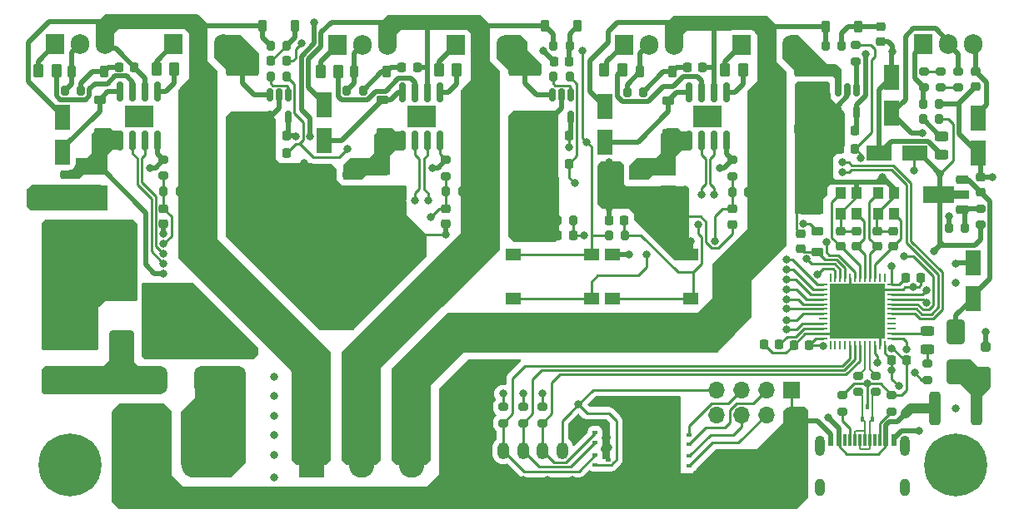
<source format=gbr>
%TF.GenerationSoftware,KiCad,Pcbnew,8.0.5-8.0.5-0~ubuntu24.04.1*%
%TF.CreationDate,2024-10-01T16:14:08+02:00*%
%TF.ProjectId,TFG-Brushless-ESC,5446472d-4272-4757-9368-6c6573732d45,rev?*%
%TF.SameCoordinates,Original*%
%TF.FileFunction,Copper,L1,Top*%
%TF.FilePolarity,Positive*%
%FSLAX46Y46*%
G04 Gerber Fmt 4.6, Leading zero omitted, Abs format (unit mm)*
G04 Created by KiCad (PCBNEW 8.0.5-8.0.5-0~ubuntu24.04.1) date 2024-10-01 16:14:08*
%MOMM*%
%LPD*%
G01*
G04 APERTURE LIST*
G04 Aperture macros list*
%AMRoundRect*
0 Rectangle with rounded corners*
0 $1 Rounding radius*
0 $2 $3 $4 $5 $6 $7 $8 $9 X,Y pos of 4 corners*
0 Add a 4 corners polygon primitive as box body*
4,1,4,$2,$3,$4,$5,$6,$7,$8,$9,$2,$3,0*
0 Add four circle primitives for the rounded corners*
1,1,$1+$1,$2,$3*
1,1,$1+$1,$4,$5*
1,1,$1+$1,$6,$7*
1,1,$1+$1,$8,$9*
0 Add four rect primitives between the rounded corners*
20,1,$1+$1,$2,$3,$4,$5,0*
20,1,$1+$1,$4,$5,$6,$7,0*
20,1,$1+$1,$6,$7,$8,$9,0*
20,1,$1+$1,$8,$9,$2,$3,0*%
%AMFreePoly0*
4,1,9,3.862500,-0.866500,0.737500,-0.866500,0.737500,-0.450000,-0.737500,-0.450000,-0.737500,0.450000,0.737500,0.450000,0.737500,0.866500,3.862500,0.866500,3.862500,-0.866500,3.862500,-0.866500,$1*%
G04 Aperture macros list end*
%TA.AperFunction,SMDPad,CuDef*%
%ADD10RoundRect,0.250000X0.550000X-1.050000X0.550000X1.050000X-0.550000X1.050000X-0.550000X-1.050000X0*%
%TD*%
%TA.AperFunction,SMDPad,CuDef*%
%ADD11RoundRect,0.225000X-0.375000X0.225000X-0.375000X-0.225000X0.375000X-0.225000X0.375000X0.225000X0*%
%TD*%
%TA.AperFunction,SMDPad,CuDef*%
%ADD12RoundRect,0.250000X1.000000X0.650000X-1.000000X0.650000X-1.000000X-0.650000X1.000000X-0.650000X0*%
%TD*%
%TA.AperFunction,SMDPad,CuDef*%
%ADD13RoundRect,0.250000X-0.550000X1.050000X-0.550000X-1.050000X0.550000X-1.050000X0.550000X1.050000X0*%
%TD*%
%TA.AperFunction,SMDPad,CuDef*%
%ADD14RoundRect,0.200000X0.200000X0.275000X-0.200000X0.275000X-0.200000X-0.275000X0.200000X-0.275000X0*%
%TD*%
%TA.AperFunction,SMDPad,CuDef*%
%ADD15RoundRect,0.250000X0.262500X0.450000X-0.262500X0.450000X-0.262500X-0.450000X0.262500X-0.450000X0*%
%TD*%
%TA.AperFunction,SMDPad,CuDef*%
%ADD16RoundRect,0.200000X0.275000X-0.200000X0.275000X0.200000X-0.275000X0.200000X-0.275000X-0.200000X0*%
%TD*%
%TA.AperFunction,SMDPad,CuDef*%
%ADD17RoundRect,0.225000X-0.225000X-0.250000X0.225000X-0.250000X0.225000X0.250000X-0.225000X0.250000X0*%
%TD*%
%TA.AperFunction,SMDPad,CuDef*%
%ADD18RoundRect,0.150000X-0.150000X0.512500X-0.150000X-0.512500X0.150000X-0.512500X0.150000X0.512500X0*%
%TD*%
%TA.AperFunction,ComponentPad*%
%ADD19RoundRect,0.250000X-0.350000X-0.625000X0.350000X-0.625000X0.350000X0.625000X-0.350000X0.625000X0*%
%TD*%
%TA.AperFunction,ComponentPad*%
%ADD20O,1.200000X1.750000*%
%TD*%
%TA.AperFunction,SMDPad,CuDef*%
%ADD21RoundRect,0.100000X-0.155000X-0.100000X0.155000X-0.100000X0.155000X0.100000X-0.155000X0.100000X0*%
%TD*%
%TA.AperFunction,SMDPad,CuDef*%
%ADD22R,1.550000X1.300000*%
%TD*%
%TA.AperFunction,SMDPad,CuDef*%
%ADD23R,0.600000X1.240000*%
%TD*%
%TA.AperFunction,SMDPad,CuDef*%
%ADD24R,0.300000X1.240000*%
%TD*%
%TA.AperFunction,ComponentPad*%
%ADD25O,1.000000X2.100000*%
%TD*%
%TA.AperFunction,ComponentPad*%
%ADD26O,1.000000X1.800000*%
%TD*%
%TA.AperFunction,SMDPad,CuDef*%
%ADD27RoundRect,0.100000X0.155000X0.100000X-0.155000X0.100000X-0.155000X-0.100000X0.155000X-0.100000X0*%
%TD*%
%TA.AperFunction,SMDPad,CuDef*%
%ADD28RoundRect,0.243750X0.456250X-0.243750X0.456250X0.243750X-0.456250X0.243750X-0.456250X-0.243750X0*%
%TD*%
%TA.AperFunction,SMDPad,CuDef*%
%ADD29RoundRect,0.225000X0.225000X0.250000X-0.225000X0.250000X-0.225000X-0.250000X0.225000X-0.250000X0*%
%TD*%
%TA.AperFunction,SMDPad,CuDef*%
%ADD30RoundRect,0.225000X-0.250000X0.225000X-0.250000X-0.225000X0.250000X-0.225000X0.250000X0.225000X0*%
%TD*%
%TA.AperFunction,ComponentPad*%
%ADD31R,1.905000X2.000000*%
%TD*%
%TA.AperFunction,ComponentPad*%
%ADD32O,1.905000X2.000000*%
%TD*%
%TA.AperFunction,SMDPad,CuDef*%
%ADD33RoundRect,0.250000X-1.425000X0.362500X-1.425000X-0.362500X1.425000X-0.362500X1.425000X0.362500X0*%
%TD*%
%TA.AperFunction,SMDPad,CuDef*%
%ADD34RoundRect,0.225000X0.250000X-0.225000X0.250000X0.225000X-0.250000X0.225000X-0.250000X-0.225000X0*%
%TD*%
%TA.AperFunction,SMDPad,CuDef*%
%ADD35RoundRect,0.200000X-0.275000X0.200000X-0.275000X-0.200000X0.275000X-0.200000X0.275000X0.200000X0*%
%TD*%
%TA.AperFunction,ComponentPad*%
%ADD36O,1.500000X2.900000*%
%TD*%
%TA.AperFunction,SMDPad,CuDef*%
%ADD37RoundRect,0.250000X-1.050000X-0.550000X1.050000X-0.550000X1.050000X0.550000X-1.050000X0.550000X0*%
%TD*%
%TA.AperFunction,SMDPad,CuDef*%
%ADD38RoundRect,0.100000X-0.100000X0.155000X-0.100000X-0.155000X0.100000X-0.155000X0.100000X0.155000X0*%
%TD*%
%TA.AperFunction,SMDPad,CuDef*%
%ADD39RoundRect,0.225000X0.225000X0.375000X-0.225000X0.375000X-0.225000X-0.375000X0.225000X-0.375000X0*%
%TD*%
%TA.AperFunction,SMDPad,CuDef*%
%ADD40RoundRect,0.062500X-0.062500X0.375000X-0.062500X-0.375000X0.062500X-0.375000X0.062500X0.375000X0*%
%TD*%
%TA.AperFunction,SMDPad,CuDef*%
%ADD41RoundRect,0.062500X-0.375000X0.062500X-0.375000X-0.062500X0.375000X-0.062500X0.375000X0.062500X0*%
%TD*%
%TA.AperFunction,HeatsinkPad*%
%ADD42R,5.600000X5.600000*%
%TD*%
%TA.AperFunction,SMDPad,CuDef*%
%ADD43RoundRect,0.200000X-0.200000X-0.275000X0.200000X-0.275000X0.200000X0.275000X-0.200000X0.275000X0*%
%TD*%
%TA.AperFunction,ComponentPad*%
%ADD44C,0.800000*%
%TD*%
%TA.AperFunction,ComponentPad*%
%ADD45C,6.400000*%
%TD*%
%TA.AperFunction,SMDPad,CuDef*%
%ADD46RoundRect,0.250000X1.050000X0.550000X-1.050000X0.550000X-1.050000X-0.550000X1.050000X-0.550000X0*%
%TD*%
%TA.AperFunction,SMDPad,CuDef*%
%ADD47RoundRect,0.150000X0.150000X-0.825000X0.150000X0.825000X-0.150000X0.825000X-0.150000X-0.825000X0*%
%TD*%
%TA.AperFunction,HeatsinkPad*%
%ADD48R,3.000000X2.290000*%
%TD*%
%TA.AperFunction,SMDPad,CuDef*%
%ADD49RoundRect,0.225000X0.425000X0.225000X-0.425000X0.225000X-0.425000X-0.225000X0.425000X-0.225000X0*%
%TD*%
%TA.AperFunction,SMDPad,CuDef*%
%ADD50FreePoly0,180.000000*%
%TD*%
%TA.AperFunction,SMDPad,CuDef*%
%ADD51R,1.100000X1.300000*%
%TD*%
%TA.AperFunction,SMDPad,CuDef*%
%ADD52RoundRect,0.250000X-0.650000X1.000000X-0.650000X-1.000000X0.650000X-1.000000X0.650000X1.000000X0*%
%TD*%
%TA.AperFunction,SMDPad,CuDef*%
%ADD53RoundRect,0.243750X-0.456250X0.243750X-0.456250X-0.243750X0.456250X-0.243750X0.456250X0.243750X0*%
%TD*%
%TA.AperFunction,ComponentPad*%
%ADD54O,1.700000X1.700000*%
%TD*%
%TA.AperFunction,ComponentPad*%
%ADD55R,1.700000X1.700000*%
%TD*%
%TA.AperFunction,ComponentPad*%
%ADD56R,2.600000X2.600000*%
%TD*%
%TA.AperFunction,ComponentPad*%
%ADD57C,2.600000*%
%TD*%
%TA.AperFunction,SMDPad,CuDef*%
%ADD58RoundRect,0.250000X0.350000X-0.850000X0.350000X0.850000X-0.350000X0.850000X-0.350000X-0.850000X0*%
%TD*%
%TA.AperFunction,SMDPad,CuDef*%
%ADD59RoundRect,0.250000X1.125000X-1.275000X1.125000X1.275000X-1.125000X1.275000X-1.125000X-1.275000X0*%
%TD*%
%TA.AperFunction,SMDPad,CuDef*%
%ADD60RoundRect,0.249997X2.650003X-2.950003X2.650003X2.950003X-2.650003X2.950003X-2.650003X-2.950003X0*%
%TD*%
%TA.AperFunction,SMDPad,CuDef*%
%ADD61RoundRect,0.250000X-0.250000X0.250000X-0.250000X-0.250000X0.250000X-0.250000X0.250000X0.250000X0*%
%TD*%
%TA.AperFunction,SMDPad,CuDef*%
%ADD62RoundRect,0.218750X0.381250X-0.218750X0.381250X0.218750X-0.381250X0.218750X-0.381250X-0.218750X0*%
%TD*%
%TA.AperFunction,SMDPad,CuDef*%
%ADD63RoundRect,0.250000X-0.312500X-1.450000X0.312500X-1.450000X0.312500X1.450000X-0.312500X1.450000X0*%
%TD*%
%TA.AperFunction,ViaPad*%
%ADD64C,0.800000*%
%TD*%
%TA.AperFunction,Conductor*%
%ADD65C,0.250000*%
%TD*%
%TA.AperFunction,Conductor*%
%ADD66C,0.500000*%
%TD*%
%TA.AperFunction,Conductor*%
%ADD67C,0.200000*%
%TD*%
%TA.AperFunction,Conductor*%
%ADD68C,0.700000*%
%TD*%
%TA.AperFunction,Conductor*%
%ADD69C,1.000000*%
%TD*%
G04 APERTURE END LIST*
D10*
%TO.P,C29,1*%
%TO.N,Net-(D10-K)*%
X75076000Y-128503000D03*
%TO.P,C29,2*%
%TO.N,/V*%
X75076000Y-124903000D03*
%TD*%
D11*
%TO.P,D8,1,K*%
%TO.N,Net-(D8-K)*%
X52276000Y-124378000D03*
%TO.P,D8,2,A*%
%TO.N,+12V*%
X52276000Y-127678000D03*
%TD*%
D12*
%TO.P,D6,1,A1*%
%TO.N,GND*%
X58526000Y-148778000D03*
%TO.P,D6,2,A2*%
%TO.N,/24V fused*%
X54526000Y-148778000D03*
%TD*%
D13*
%TO.P,C27,1*%
%TO.N,+12V*%
X80976000Y-130748000D03*
%TO.P,C27,2*%
%TO.N,GND*%
X80976000Y-134348000D03*
%TD*%
D14*
%TO.P,R7,1*%
%TO.N,GND*%
X137601000Y-124778000D03*
%TO.P,R7,2*%
%TO.N,/V_DIV_12*%
X135951000Y-124778000D03*
%TD*%
D15*
%TO.P,R30,1*%
%TO.N,Net-(U8-HO)*%
X105388500Y-121303000D03*
%TO.P,R30,2*%
%TO.N,Net-(Q5-G)*%
X103563500Y-121303000D03*
%TD*%
D16*
%TO.P,R17,1*%
%TO.N,+3V3*%
X136401000Y-152890500D03*
%TO.P,R17,2*%
%TO.N,Net-(D3-A)*%
X136401000Y-151240500D03*
%TD*%
D17*
%TO.P,C2,1*%
%TO.N,Net-(D18-K)*%
X54251000Y-121028000D03*
%TO.P,C2,2*%
%TO.N,/U*%
X55801000Y-121028000D03*
%TD*%
D14*
%TO.P,R37,1*%
%TO.N,Net-(D19-K)*%
X79026000Y-123403000D03*
%TO.P,R37,2*%
%TO.N,+24V*%
X77376000Y-123403000D03*
%TD*%
D18*
%TO.P,U9,1*%
%TO.N,Net-(R35-Pad1)*%
X129226000Y-123340500D03*
%TO.P,U9,2,GND*%
%TO.N,GND*%
X128276000Y-123340500D03*
%TO.P,U9,3,+*%
%TO.N,/Half-Bridge-W/Shunt*%
X127326000Y-123340500D03*
%TO.P,U9,4,-*%
%TO.N,GND*%
X127326000Y-125615500D03*
%TO.P,U9,5,V+*%
%TO.N,+3V3*%
X129226000Y-125615500D03*
%TD*%
D16*
%TO.P,R35,1*%
%TO.N,Net-(R35-Pad1)*%
X129126000Y-120453000D03*
%TO.P,R35,2*%
%TO.N,/PA0*%
X129126000Y-118803000D03*
%TD*%
D19*
%TO.P,J4,1,Pin_1*%
%TO.N,GND*%
X91276000Y-160078000D03*
D20*
%TO.P,J4,2,Pin_2*%
%TO.N,/PA8*%
X93276000Y-160078000D03*
%TO.P,J4,3,Pin_3*%
%TO.N,/PA9*%
X95276000Y-160078000D03*
%TO.P,J4,4,Pin_4*%
%TO.N,/PA10*%
X97276000Y-160078000D03*
%TO.P,J4,5,Pin_5*%
%TO.N,+3V3*%
X99276000Y-160078000D03*
%TD*%
D21*
%TO.P,D15,1*%
%TO.N,/SWSCK*%
X112171000Y-159453000D03*
%TO.P,D15,2*%
%TO.N,/SWDIO*%
X112171000Y-158453000D03*
%TO.P,D15,3*%
%TO.N,GND*%
X110881000Y-158953000D03*
%TD*%
D10*
%TO.P,C6,1*%
%TO.N,+12V*%
X132776000Y-125703000D03*
%TO.P,C6,2*%
%TO.N,GND*%
X132776000Y-122103000D03*
%TD*%
D22*
%TO.P,SW2,1,A*%
%TO.N,GND*%
X104376000Y-140078000D03*
X112326000Y-140078000D03*
%TO.P,SW2,2,B*%
%TO.N,/NRST*%
X104376000Y-144578000D03*
X112326000Y-144578000D03*
%TD*%
D23*
%TO.P,J2,A1,GND*%
%TO.N,GND*%
X126576000Y-158993000D03*
%TO.P,J2,A4,VBUS*%
%TO.N,VDC*%
X127376000Y-158993000D03*
D24*
%TO.P,J2,A5,CC1*%
%TO.N,/USB_CC1*%
X128526000Y-158993000D03*
%TO.P,J2,A6,D+*%
%TO.N,/USB_R_P*%
X129526000Y-158993000D03*
%TO.P,J2,A7,D-*%
%TO.N,/USB_R_N*%
X130026000Y-158993000D03*
%TO.P,J2,A8,SBU1*%
%TO.N,unconnected-(J2-SBU1-PadA8)*%
X131026000Y-158993000D03*
D23*
%TO.P,J2,A9,VBUS*%
%TO.N,VDC*%
X132176000Y-158993000D03*
%TO.P,J2,A12,GND*%
%TO.N,GND*%
X132976000Y-158993000D03*
%TO.P,J2,B1,GND*%
X132976000Y-158993000D03*
%TO.P,J2,B4,VBUS*%
%TO.N,VDC*%
X132176000Y-158993000D03*
D24*
%TO.P,J2,B5,CC2*%
%TO.N,/USB_CC2*%
X131526000Y-158993000D03*
%TO.P,J2,B6,D+*%
%TO.N,/USB_R_P*%
X130526000Y-158993000D03*
%TO.P,J2,B7,D-*%
%TO.N,/USB_R_N*%
X129026000Y-158993000D03*
%TO.P,J2,B8,SBU2*%
%TO.N,unconnected-(J2-SBU2-PadB8)*%
X128026000Y-158993000D03*
D23*
%TO.P,J2,B9,VBUS*%
%TO.N,VDC*%
X127376000Y-158993000D03*
%TO.P,J2,B12,GND*%
%TO.N,GND*%
X126576000Y-158993000D03*
D25*
%TO.P,J2,S1,SHIELD*%
%TO.N,unconnected-(J2-SHIELD-PadS1)*%
X125456000Y-159593000D03*
D26*
%TO.N,unconnected-(J2-SHIELD-PadS1)_3*%
X125456000Y-163793000D03*
D25*
%TO.N,unconnected-(J2-SHIELD-PadS1)_1*%
X134096000Y-159593000D03*
D26*
%TO.N,unconnected-(J2-SHIELD-PadS1)_2*%
X134096000Y-163793000D03*
%TD*%
D27*
%TO.P,D16,1*%
%TO.N,/PA10*%
X102631000Y-158278000D03*
%TO.P,D16,2*%
%TO.N,/PA9*%
X102631000Y-159278000D03*
%TO.P,D16,3*%
%TO.N,GND*%
X103921000Y-158778000D03*
%TD*%
D28*
%TO.P,D2,1,K*%
%TO.N,GND*%
X137851000Y-129940500D03*
%TO.P,D2,2,A*%
%TO.N,Net-(D2-A)*%
X137851000Y-128065500D03*
%TD*%
D29*
%TO.P,C9,1*%
%TO.N,+3V3*%
X124371000Y-149308000D03*
%TO.P,C9,2*%
%TO.N,GND*%
X122821000Y-149308000D03*
%TD*%
D30*
%TO.P,C32,1*%
%TO.N,/PA4*%
X87476000Y-135448000D03*
%TO.P,C32,2*%
%TO.N,GND*%
X87476000Y-136998000D03*
%TD*%
D31*
%TO.P,Q4,1,G*%
%TO.N,Net-(Q4-G)*%
X88436000Y-118743000D03*
D32*
%TO.P,Q4,2,D*%
%TO.N,/V*%
X90976000Y-118743000D03*
%TO.P,Q4,3,S*%
%TO.N,/Half-Bridge-V/Shunt*%
X93516000Y-118743000D03*
%TD*%
D17*
%TO.P,C12,1*%
%TO.N,GND*%
X104051000Y-136628000D03*
%TO.P,C12,2*%
%TO.N,/NRST*%
X105601000Y-136628000D03*
%TD*%
D33*
%TO.P,R28,1*%
%TO.N,/Half-Bridge-V/Shunt*%
X95476000Y-121335500D03*
%TO.P,R28,2*%
%TO.N,GND*%
X95476000Y-127260500D03*
%TD*%
D34*
%TO.P,C11,1*%
%TO.N,/VDDA*%
X123526000Y-139553000D03*
%TO.P,C11,2*%
%TO.N,GND*%
X123526000Y-138003000D03*
%TD*%
D27*
%TO.P,D17,1*%
%TO.N,/PA8*%
X102631000Y-160528000D03*
%TO.P,D17,2*%
%TO.N,+3V3*%
X102631000Y-161528000D03*
%TO.P,D17,3*%
%TO.N,GND*%
X103921000Y-161028000D03*
%TD*%
D35*
%TO.P,R3,1*%
%TO.N,+12V*%
X139526000Y-121453000D03*
%TO.P,R3,2*%
%TO.N,Net-(R3-Pad2)*%
X139526000Y-123103000D03*
%TD*%
D15*
%TO.P,R32,1*%
%TO.N,Net-(U8-LO)*%
X117641000Y-121333000D03*
%TO.P,R32,2*%
%TO.N,Net-(Q6-G)*%
X115816000Y-121333000D03*
%TD*%
D18*
%TO.P,U7,1*%
%TO.N,Net-(R29-Pad1)*%
X100151000Y-123890500D03*
%TO.P,U7,2,GND*%
%TO.N,GND*%
X99201000Y-123890500D03*
%TO.P,U7,3,+*%
%TO.N,/Half-Bridge-V/Shunt*%
X98251000Y-123890500D03*
%TO.P,U7,4,-*%
%TO.N,GND*%
X98251000Y-126165500D03*
%TO.P,U7,5,V+*%
%TO.N,+3V3*%
X100151000Y-126165500D03*
%TD*%
D36*
%TO.P,F1,1*%
%TO.N,/24V in*%
X66376000Y-152928000D03*
X62676000Y-152928000D03*
%TO.P,F1,2*%
%TO.N,/24V fused*%
X58376000Y-152928000D03*
X54676000Y-152928000D03*
%TD*%
D37*
%TO.P,C23,1*%
%TO.N,/U*%
X62976000Y-130778000D03*
%TO.P,C23,2*%
%TO.N,GND*%
X66576000Y-130778000D03*
%TD*%
D17*
%TO.P,C26,1*%
%TO.N,GND*%
X69726000Y-129778000D03*
%TO.P,C26,2*%
%TO.N,/PA7*%
X71276000Y-129778000D03*
%TD*%
D38*
%TO.P,D1,1*%
%TO.N,/USB_R_N*%
X129776000Y-156900500D03*
%TO.P,D1,2*%
%TO.N,/USB_R_P*%
X130776000Y-156900500D03*
%TO.P,D1,3*%
%TO.N,GND*%
X130276000Y-155610500D03*
%TD*%
D16*
%TO.P,R15,1*%
%TO.N,/PA8*%
X93276000Y-157278000D03*
%TO.P,R15,2*%
%TO.N,+3V3*%
X93276000Y-155628000D03*
%TD*%
D31*
%TO.P,U2,1,ADJ*%
%TO.N,/V_DIV_12*%
X135986000Y-118723000D03*
D32*
%TO.P,U2,2,VO*%
%TO.N,+12V*%
X138526000Y-118723000D03*
%TO.P,U2,3,VI*%
%TO.N,+24V*%
X141066000Y-118723000D03*
%TD*%
D17*
%TO.P,C10,1*%
%TO.N,+3V3*%
X134171000Y-142508000D03*
%TO.P,C10,2*%
%TO.N,GND*%
X135721000Y-142508000D03*
%TD*%
D35*
%TO.P,R12,1*%
%TO.N,/USB_P*%
X131146000Y-152463000D03*
%TO.P,R12,2*%
%TO.N,/USB_R_P*%
X131146000Y-154113000D03*
%TD*%
D10*
%TO.P,C19,1*%
%TO.N,+5V*%
X141026000Y-144578000D03*
%TO.P,C19,2*%
%TO.N,GND*%
X141026000Y-140978000D03*
%TD*%
D17*
%TO.P,C42,1*%
%TO.N,Net-(D20-K)*%
X112001000Y-121078000D03*
%TO.P,C42,2*%
%TO.N,/W*%
X113551000Y-121078000D03*
%TD*%
D15*
%TO.P,R26,1*%
%TO.N,Net-(U6-LO)*%
X88551000Y-121298000D03*
%TO.P,R26,2*%
%TO.N,Net-(Q4-G)*%
X86726000Y-121298000D03*
%TD*%
D39*
%TO.P,D21,1,K*%
%TO.N,Net-(D21-K)*%
X72126000Y-116828000D03*
%TO.P,D21,2,A*%
%TO.N,/U*%
X68826000Y-116828000D03*
%TD*%
%TO.P,D23,1,K*%
%TO.N,Net-(D23-K)*%
X129376000Y-116928000D03*
%TO.P,D23,2,A*%
%TO.N,/W*%
X126076000Y-116928000D03*
%TD*%
D15*
%TO.P,R18,1*%
%TO.N,Net-(U4-HO)*%
X47888500Y-121428000D03*
%TO.P,R18,2*%
%TO.N,Net-(Q1-G)*%
X46063500Y-121428000D03*
%TD*%
D17*
%TO.P,C8,1*%
%TO.N,+3V3*%
X132721000Y-150833000D03*
%TO.P,C8,2*%
%TO.N,GND*%
X134271000Y-150833000D03*
%TD*%
D30*
%TO.P,C45,1*%
%TO.N,Net-(D23-K)*%
X131626000Y-116928000D03*
%TO.P,C45,2*%
%TO.N,GND*%
X131626000Y-118478000D03*
%TD*%
D17*
%TO.P,C41,1*%
%TO.N,Net-(D19-K)*%
X82976000Y-121078000D03*
%TO.P,C41,2*%
%TO.N,/V*%
X84526000Y-121078000D03*
%TD*%
D11*
%TO.P,D12,1,K*%
%TO.N,Net-(D12-K)*%
X110066000Y-124433000D03*
%TO.P,D12,2,A*%
%TO.N,+12V*%
X110066000Y-127733000D03*
%TD*%
D39*
%TO.P,D18,1,K*%
%TO.N,Net-(D18-K)*%
X52726000Y-121478000D03*
%TO.P,D18,2,A*%
%TO.N,+24V*%
X49426000Y-121478000D03*
%TD*%
D29*
%TO.P,C17,1*%
%TO.N,/VCAP1*%
X121351000Y-149303000D03*
%TO.P,C17,2*%
%TO.N,GND*%
X119801000Y-149303000D03*
%TD*%
D40*
%TO.P,U3,1,VBAT*%
%TO.N,unconnected-(U3-VBAT-Pad1)*%
X132021000Y-142470500D03*
%TO.P,U3,2,PC13*%
%TO.N,/PC13*%
X131521000Y-142470500D03*
%TO.P,U3,3,PC14*%
%TO.N,/LSE_1*%
X131021000Y-142470500D03*
%TO.P,U3,4,PC15*%
%TO.N,/LSE_2*%
X130521000Y-142470500D03*
%TO.P,U3,5,PH0*%
%TO.N,/HSE_1*%
X130021000Y-142470500D03*
%TO.P,U3,6,PH1*%
%TO.N,/HSE_2*%
X129521000Y-142470500D03*
%TO.P,U3,7,NRST*%
%TO.N,/NRST*%
X129021000Y-142470500D03*
%TO.P,U3,8,VSSA*%
%TO.N,GND*%
X128521000Y-142470500D03*
%TO.P,U3,9,VDDA*%
%TO.N,/VDDA*%
X128021000Y-142470500D03*
%TO.P,U3,10,PA0*%
%TO.N,/PA0*%
X127521000Y-142470500D03*
%TO.P,U3,11,PA1*%
%TO.N,/PA1*%
X127021000Y-142470500D03*
%TO.P,U3,12,PA2*%
%TO.N,/PA2*%
X126521000Y-142470500D03*
D41*
%TO.P,U3,13,PA3*%
%TO.N,/PA3*%
X125833500Y-143158000D03*
%TO.P,U3,14,PA4*%
%TO.N,/PA4*%
X125833500Y-143658000D03*
%TO.P,U3,15,PA5*%
%TO.N,/PA5*%
X125833500Y-144158000D03*
%TO.P,U3,16,PA6*%
%TO.N,/PA6*%
X125833500Y-144658000D03*
%TO.P,U3,17,PA7*%
%TO.N,/PA7*%
X125833500Y-145158000D03*
%TO.P,U3,18,PB0*%
%TO.N,/PB0*%
X125833500Y-145658000D03*
%TO.P,U3,19,PB1*%
%TO.N,/PB1*%
X125833500Y-146158000D03*
%TO.P,U3,20,PB2*%
%TO.N,/PB2*%
X125833500Y-146658000D03*
%TO.P,U3,21,PB10*%
%TO.N,/PB10*%
X125833500Y-147158000D03*
%TO.P,U3,22,VCAP1*%
%TO.N,/VCAP1*%
X125833500Y-147658000D03*
%TO.P,U3,23,VSS*%
%TO.N,GND*%
X125833500Y-148158000D03*
%TO.P,U3,24,VDD*%
%TO.N,+3V3*%
X125833500Y-148658000D03*
D40*
%TO.P,U3,25,PB12*%
%TO.N,/PB12*%
X126521000Y-149345500D03*
%TO.P,U3,26,PB13*%
%TO.N,/PB13*%
X127021000Y-149345500D03*
%TO.P,U3,27,PB14*%
%TO.N,/PB14*%
X127521000Y-149345500D03*
%TO.P,U3,28,PB15*%
%TO.N,/PB15*%
X128021000Y-149345500D03*
%TO.P,U3,29,PA8*%
%TO.N,/PA8*%
X128521000Y-149345500D03*
%TO.P,U3,30,PA9*%
%TO.N,/PA9*%
X129021000Y-149345500D03*
%TO.P,U3,31,PA10*%
%TO.N,/PA10*%
X129521000Y-149345500D03*
%TO.P,U3,32,PA11*%
%TO.N,/USB_N*%
X130021000Y-149345500D03*
%TO.P,U3,33,PA12*%
%TO.N,/USB_P*%
X130521000Y-149345500D03*
%TO.P,U3,34,PA13*%
%TO.N,/SWDIO*%
X131021000Y-149345500D03*
%TO.P,U3,35,VSS*%
%TO.N,GND*%
X131521000Y-149345500D03*
%TO.P,U3,36,VDD*%
%TO.N,+3V3*%
X132021000Y-149345500D03*
D41*
%TO.P,U3,37,PA14*%
%TO.N,/SWSCK*%
X132708500Y-148658000D03*
%TO.P,U3,38,PA15*%
%TO.N,/PA15*%
X132708500Y-148158000D03*
%TO.P,U3,39,PB3*%
%TO.N,/PB3*%
X132708500Y-147658000D03*
%TO.P,U3,40,PB4*%
%TO.N,/PB4*%
X132708500Y-147158000D03*
%TO.P,U3,41,PB5*%
%TO.N,/PB5*%
X132708500Y-146658000D03*
%TO.P,U3,42,PB6*%
%TO.N,/PB6*%
X132708500Y-146158000D03*
%TO.P,U3,43,PB7*%
%TO.N,/PB7*%
X132708500Y-145658000D03*
%TO.P,U3,44,BOOT0*%
%TO.N,/BOOT0*%
X132708500Y-145158000D03*
%TO.P,U3,45,PB8*%
%TO.N,/I2C_SCL*%
X132708500Y-144658000D03*
%TO.P,U3,46,PB9*%
%TO.N,/I2C_SDA*%
X132708500Y-144158000D03*
%TO.P,U3,47,VSS*%
%TO.N,GND*%
X132708500Y-143658000D03*
%TO.P,U3,48,VDD*%
%TO.N,+3V3*%
X132708500Y-143158000D03*
D42*
%TO.P,U3,49,VSS*%
%TO.N,GND*%
X129271000Y-145908000D03*
%TD*%
D43*
%TO.P,R23,1*%
%TO.N,Net-(R23-Pad1)*%
X69651000Y-122028000D03*
%TO.P,R23,2*%
%TO.N,/PA7*%
X71301000Y-122028000D03*
%TD*%
D17*
%TO.P,C43,1*%
%TO.N,Net-(D21-K)*%
X69701000Y-120428000D03*
%TO.P,C43,2*%
%TO.N,GND*%
X71251000Y-120428000D03*
%TD*%
D39*
%TO.P,D19,1,K*%
%TO.N,Net-(D19-K)*%
X81426000Y-121483000D03*
%TO.P,D19,2,A*%
%TO.N,+24V*%
X78126000Y-121483000D03*
%TD*%
D17*
%TO.P,C40,1*%
%TO.N,GND*%
X127501000Y-129328000D03*
%TO.P,C40,2*%
%TO.N,/PA0*%
X129051000Y-129328000D03*
%TD*%
D44*
%TO.P,REF\u002A\u002A,1*%
%TO.N,N/C*%
X136876000Y-161528000D03*
X137578944Y-159830944D03*
X137578944Y-163225056D03*
X139276000Y-159128000D03*
D45*
X139276000Y-161528000D03*
D44*
X139276000Y-163928000D03*
X140973056Y-159830944D03*
X140973056Y-163225056D03*
X141676000Y-161528000D03*
%TD*%
D46*
%TO.P,C3,1*%
%TO.N,+3V3*%
X135101000Y-129828000D03*
%TO.P,C3,2*%
%TO.N,GND*%
X131501000Y-129828000D03*
%TD*%
D16*
%TO.P,R14,1*%
%TO.N,/PA9*%
X95276000Y-157278000D03*
%TO.P,R14,2*%
%TO.N,+3V3*%
X95276000Y-155628000D03*
%TD*%
D47*
%TO.P,U4,1,VCC*%
%TO.N,+12V*%
X54371000Y-128503000D03*
%TO.P,U4,2,HIN*%
%TO.N,/PB10*%
X55641000Y-128503000D03*
%TO.P,U4,3,LIN*%
%TO.N,/PB1*%
X56911000Y-128503000D03*
%TO.P,U4,4,COM*%
%TO.N,GND*%
X58181000Y-128503000D03*
%TO.P,U4,5,LO*%
%TO.N,Net-(U4-LO)*%
X58181000Y-123553000D03*
%TO.P,U4,6,VS*%
%TO.N,/U*%
X56911000Y-123553000D03*
%TO.P,U4,7,HO*%
%TO.N,Net-(U4-HO)*%
X55641000Y-123553000D03*
%TO.P,U4,8,VB*%
%TO.N,Net-(D8-K)*%
X54371000Y-123553000D03*
D48*
%TO.P,U4,9*%
%TO.N,N/C*%
X56276000Y-126028000D03*
%TD*%
D39*
%TO.P,D20,1,K*%
%TO.N,Net-(D20-K)*%
X110476000Y-121528000D03*
%TO.P,D20,2,A*%
%TO.N,+24V*%
X107176000Y-121528000D03*
%TD*%
D43*
%TO.P,R25,1*%
%TO.N,/PA4*%
X87476000Y-133723000D03*
%TO.P,R25,2*%
%TO.N,/V*%
X89126000Y-133723000D03*
%TD*%
D13*
%TO.P,C5,1*%
%TO.N,+24V*%
X141526000Y-126228000D03*
%TO.P,C5,2*%
%TO.N,GND*%
X141526000Y-129828000D03*
%TD*%
D37*
%TO.P,C30,1*%
%TO.N,/V*%
X91676000Y-130798000D03*
%TO.P,C30,2*%
%TO.N,GND*%
X95276000Y-130798000D03*
%TD*%
D49*
%TO.P,U1,1,ADJ*%
%TO.N,/V_DIV_3*%
X139976000Y-135528000D03*
D50*
%TO.P,U1,2,VO*%
%TO.N,+3V3*%
X139888500Y-134028000D03*
D49*
%TO.P,U1,3,VI*%
%TO.N,+5V*%
X139976000Y-132528000D03*
%TD*%
D35*
%TO.P,R33,1*%
%TO.N,GND*%
X116566000Y-130508000D03*
%TO.P,R33,2*%
%TO.N,/PA1*%
X116566000Y-132158000D03*
%TD*%
D33*
%TO.P,R22,1*%
%TO.N,/Half-Bridge-U/Shunt*%
X66776000Y-121315500D03*
%TO.P,R22,2*%
%TO.N,GND*%
X66776000Y-127240500D03*
%TD*%
D31*
%TO.P,Q3,1,G*%
%TO.N,Net-(Q3-G)*%
X76436000Y-118743000D03*
D32*
%TO.P,Q3,2,D*%
%TO.N,+24V*%
X78976000Y-118743000D03*
%TO.P,Q3,3,S*%
%TO.N,/V*%
X81516000Y-118743000D03*
%TD*%
D13*
%TO.P,C20,1*%
%TO.N,+12V*%
X52276000Y-130728000D03*
%TO.P,C20,2*%
%TO.N,GND*%
X52276000Y-134328000D03*
%TD*%
D39*
%TO.P,D22,1,K*%
%TO.N,Net-(D22-K)*%
X100851000Y-116853000D03*
%TO.P,D22,2,A*%
%TO.N,/V*%
X97551000Y-116853000D03*
%TD*%
D14*
%TO.P,R36,1*%
%TO.N,Net-(D18-K)*%
X50376000Y-123428000D03*
%TO.P,R36,2*%
%TO.N,+24V*%
X48726000Y-123428000D03*
%TD*%
D51*
%TO.P,Y2,1,1*%
%TO.N,/LSE_1*%
X133001000Y-135978000D03*
%TO.P,Y2,2,2*%
%TO.N,GND*%
X133001000Y-133878000D03*
%TO.P,Y2,3,3*%
%TO.N,/LSE_2*%
X131351000Y-133878000D03*
%TO.P,Y2,4,4*%
%TO.N,GND*%
X131351000Y-135978000D03*
%TD*%
D35*
%TO.P,R21,1*%
%TO.N,GND*%
X58776000Y-130453000D03*
%TO.P,R21,2*%
%TO.N,/PB0*%
X58776000Y-132103000D03*
%TD*%
D13*
%TO.P,C34,1*%
%TO.N,+12V*%
X110066000Y-130783000D03*
%TO.P,C34,2*%
%TO.N,GND*%
X110066000Y-134383000D03*
%TD*%
D51*
%TO.P,Y1,1,1*%
%TO.N,/HSE_1*%
X129201000Y-135978000D03*
%TO.P,Y1,2,2*%
%TO.N,GND*%
X129201000Y-133878000D03*
%TO.P,Y1,3,3*%
%TO.N,/HSE_2*%
X127551000Y-133878000D03*
%TO.P,Y1,4,4*%
%TO.N,GND*%
X127551000Y-135978000D03*
%TD*%
D31*
%TO.P,Q2,1,G*%
%TO.N,Net-(Q2-G)*%
X59736000Y-118723000D03*
D32*
%TO.P,Q2,2,D*%
%TO.N,/U*%
X62276000Y-118723000D03*
%TO.P,Q2,3,S*%
%TO.N,/Half-Bridge-U/Shunt*%
X64816000Y-118723000D03*
%TD*%
D14*
%TO.P,R16,1*%
%TO.N,+3V3*%
X137601000Y-126328000D03*
%TO.P,R16,2*%
%TO.N,Net-(D2-A)*%
X135951000Y-126328000D03*
%TD*%
D43*
%TO.P,R8,1*%
%TO.N,+3V3*%
X104001000Y-138153000D03*
%TO.P,R8,2*%
%TO.N,/NRST*%
X105651000Y-138153000D03*
%TD*%
D18*
%TO.P,U5,1*%
%TO.N,Net-(R23-Pad1)*%
X71451000Y-123890500D03*
%TO.P,U5,2,GND*%
%TO.N,GND*%
X70501000Y-123890500D03*
%TO.P,U5,3,+*%
%TO.N,/Half-Bridge-U/Shunt*%
X69551000Y-123890500D03*
%TO.P,U5,4,-*%
%TO.N,GND*%
X69551000Y-126165500D03*
%TO.P,U5,5,V+*%
%TO.N,+3V3*%
X71451000Y-126165500D03*
%TD*%
D16*
%TO.P,R13,1*%
%TO.N,/PA10*%
X97276000Y-157278000D03*
%TO.P,R13,2*%
%TO.N,+3V3*%
X97276000Y-155628000D03*
%TD*%
D31*
%TO.P,Q1,1,G*%
%TO.N,Net-(Q1-G)*%
X47736000Y-118723000D03*
D32*
%TO.P,Q1,2,D*%
%TO.N,+24V*%
X50276000Y-118723000D03*
%TO.P,Q1,3,S*%
%TO.N,/U*%
X52816000Y-118723000D03*
%TD*%
D14*
%TO.P,R40,1*%
%TO.N,Net-(D22-K)*%
X100026000Y-118853000D03*
%TO.P,R40,2*%
%TO.N,/V*%
X98376000Y-118853000D03*
%TD*%
D12*
%TO.P,D13,1,A1*%
%TO.N,GND*%
X124566000Y-135083000D03*
%TO.P,D13,2,A2*%
%TO.N,/W*%
X120566000Y-135083000D03*
%TD*%
D29*
%TO.P,C44,1*%
%TO.N,Net-(D22-K)*%
X99976000Y-120453000D03*
%TO.P,C44,2*%
%TO.N,GND*%
X98426000Y-120453000D03*
%TD*%
D17*
%TO.P,C33,1*%
%TO.N,GND*%
X98426000Y-130878000D03*
%TO.P,C33,2*%
%TO.N,/PA3*%
X99976000Y-130878000D03*
%TD*%
D30*
%TO.P,C21,1*%
%TO.N,+12V*%
X48776000Y-132003000D03*
%TO.P,C21,2*%
%TO.N,GND*%
X48776000Y-133553000D03*
%TD*%
D14*
%TO.P,R41,1*%
%TO.N,Net-(D23-K)*%
X127676000Y-118878000D03*
%TO.P,R41,2*%
%TO.N,/W*%
X126026000Y-118878000D03*
%TD*%
D35*
%TO.P,R11,1*%
%TO.N,/USB_N*%
X129396000Y-152463000D03*
%TO.P,R11,2*%
%TO.N,/USB_R_N*%
X129396000Y-154113000D03*
%TD*%
D12*
%TO.P,D11,1,A1*%
%TO.N,GND*%
X95476000Y-135048000D03*
%TO.P,D11,2,A2*%
%TO.N,/V*%
X91476000Y-135048000D03*
%TD*%
D52*
%TO.P,D5,1,K*%
%TO.N,+5V*%
X139276000Y-148028000D03*
%TO.P,D5,2,A*%
%TO.N,/5V fused*%
X139276000Y-152028000D03*
%TD*%
D47*
%TO.P,U6,1,VCC*%
%TO.N,+12V*%
X83071000Y-128523000D03*
%TO.P,U6,2,HIN*%
%TO.N,/PA6*%
X84341000Y-128523000D03*
%TO.P,U6,3,LIN*%
%TO.N,/PA5*%
X85611000Y-128523000D03*
%TO.P,U6,4,COM*%
%TO.N,GND*%
X86881000Y-128523000D03*
%TO.P,U6,5,LO*%
%TO.N,Net-(U6-LO)*%
X86881000Y-123573000D03*
%TO.P,U6,6,VS*%
%TO.N,/V*%
X85611000Y-123573000D03*
%TO.P,U6,7,HO*%
%TO.N,Net-(U6-HO)*%
X84341000Y-123573000D03*
%TO.P,U6,8,VB*%
%TO.N,Net-(D10-K)*%
X83071000Y-123573000D03*
D48*
%TO.P,U6,9*%
%TO.N,N/C*%
X84976000Y-126048000D03*
%TD*%
D31*
%TO.P,Q5,1,G*%
%TO.N,Net-(Q5-G)*%
X105526000Y-118778000D03*
D32*
%TO.P,Q5,2,D*%
%TO.N,+24V*%
X108066000Y-118778000D03*
%TO.P,Q5,3,S*%
%TO.N,/W*%
X110606000Y-118778000D03*
%TD*%
D29*
%TO.P,C24,1*%
%TO.N,+3V3*%
X71276000Y-128028000D03*
%TO.P,C24,2*%
%TO.N,GND*%
X69726000Y-128028000D03*
%TD*%
D43*
%TO.P,R19,1*%
%TO.N,/PB0*%
X58776000Y-133703000D03*
%TO.P,R19,2*%
%TO.N,/U*%
X60426000Y-133703000D03*
%TD*%
D35*
%TO.P,R10,1*%
%TO.N,GND*%
X132776000Y-154453000D03*
%TO.P,R10,2*%
%TO.N,/USB_CC2*%
X132776000Y-156103000D03*
%TD*%
D17*
%TO.P,C7,1*%
%TO.N,GND*%
X98826000Y-138153000D03*
%TO.P,C7,2*%
%TO.N,/BOOT0*%
X100376000Y-138153000D03*
%TD*%
D47*
%TO.P,U8,1,VCC*%
%TO.N,+12V*%
X112161000Y-128558000D03*
%TO.P,U8,2,HIN*%
%TO.N,/PB7*%
X113431000Y-128558000D03*
%TO.P,U8,3,LIN*%
%TO.N,/PB6*%
X114701000Y-128558000D03*
%TO.P,U8,4,COM*%
%TO.N,GND*%
X115971000Y-128558000D03*
%TO.P,U8,5,LO*%
%TO.N,Net-(U8-LO)*%
X115971000Y-123608000D03*
%TO.P,U8,6,VS*%
%TO.N,/W*%
X114701000Y-123608000D03*
%TO.P,U8,7,HO*%
%TO.N,Net-(U8-HO)*%
X113431000Y-123608000D03*
%TO.P,U8,8,VB*%
%TO.N,Net-(D12-K)*%
X112161000Y-123608000D03*
D48*
%TO.P,U8,9*%
%TO.N,N/C*%
X114066000Y-126083000D03*
%TD*%
D53*
%TO.P,D3,1,K*%
%TO.N,/PA15*%
X136401000Y-147890500D03*
%TO.P,D3,2,A*%
%TO.N,Net-(D3-A)*%
X136401000Y-149765500D03*
%TD*%
D15*
%TO.P,R24,1*%
%TO.N,Net-(U6-HO)*%
X76551000Y-121453000D03*
%TO.P,R24,2*%
%TO.N,Net-(Q3-G)*%
X74726000Y-121453000D03*
%TD*%
D37*
%TO.P,C18,1*%
%TO.N,+24V*%
X54776000Y-144028000D03*
%TO.P,C18,2*%
%TO.N,GND*%
X58376000Y-144028000D03*
%TD*%
D30*
%TO.P,C4,1*%
%TO.N,+24V*%
X141276000Y-121478000D03*
%TO.P,C4,2*%
%TO.N,GND*%
X141276000Y-123028000D03*
%TD*%
%TO.P,C35,1*%
%TO.N,+12V*%
X106566000Y-132058000D03*
%TO.P,C35,2*%
%TO.N,GND*%
X106566000Y-133608000D03*
%TD*%
D34*
%TO.P,C15,1*%
%TO.N,/LSE_1*%
X132876000Y-139303000D03*
%TO.P,C15,2*%
%TO.N,GND*%
X132876000Y-137753000D03*
%TD*%
D35*
%TO.P,R27,1*%
%TO.N,GND*%
X87476000Y-130473000D03*
%TO.P,R27,2*%
%TO.N,/PA4*%
X87476000Y-132123000D03*
%TD*%
D30*
%TO.P,C39,1*%
%TO.N,/PA1*%
X116566000Y-135483000D03*
%TO.P,C39,2*%
%TO.N,GND*%
X116566000Y-137033000D03*
%TD*%
D54*
%TO.P,J5,8,Pin_8*%
%TO.N,+3V3*%
X114956000Y-156418000D03*
%TO.P,J5,7,Pin_7*%
X114956000Y-153878000D03*
%TO.P,J5,6,Pin_6*%
%TO.N,/I2C_SDA*%
X117496000Y-156418000D03*
%TO.P,J5,5,Pin_5*%
%TO.N,/SWDIO*%
X117496000Y-153878000D03*
%TO.P,J5,4,Pin_4*%
%TO.N,/I2C_SCL*%
X120036000Y-156418000D03*
%TO.P,J5,3,Pin_3*%
%TO.N,/SWSCK*%
X120036000Y-153878000D03*
%TO.P,J5,2,Pin_2*%
%TO.N,GND*%
X122576000Y-156418000D03*
D55*
%TO.P,J5,1,Pin_1*%
X122576000Y-153878000D03*
%TD*%
D29*
%TO.P,C38,1*%
%TO.N,+3V3*%
X129051000Y-127523000D03*
%TO.P,C38,2*%
%TO.N,GND*%
X127501000Y-127523000D03*
%TD*%
D56*
%TO.P,J1,1,Pin_1*%
%TO.N,/U*%
X73776000Y-161528000D03*
D57*
%TO.P,J1,2,Pin_2*%
%TO.N,/V*%
X78856000Y-161528000D03*
%TO.P,J1,3,Pin_3*%
%TO.N,/W*%
X83936000Y-161528000D03*
%TD*%
D29*
%TO.P,C31,1*%
%TO.N,+3V3*%
X99976000Y-128028000D03*
%TO.P,C31,2*%
%TO.N,GND*%
X98426000Y-128028000D03*
%TD*%
D44*
%TO.P,REF\u002A\u002A,1*%
%TO.N,N/C*%
X46876000Y-161528000D03*
X47578944Y-159830944D03*
X47578944Y-163225056D03*
X49276000Y-159128000D03*
D45*
X49276000Y-161528000D03*
D44*
X49276000Y-163928000D03*
X50973056Y-159830944D03*
X50973056Y-163225056D03*
X51676000Y-161528000D03*
%TD*%
D43*
%TO.P,R29,1*%
%TO.N,Net-(R29-Pad1)*%
X98376000Y-122028000D03*
%TO.P,R29,2*%
%TO.N,/PA3*%
X100026000Y-122028000D03*
%TD*%
%TO.P,R31,1*%
%TO.N,/PA1*%
X116566000Y-133758000D03*
%TO.P,R31,2*%
%TO.N,/W*%
X118216000Y-133758000D03*
%TD*%
%TO.P,R2,1*%
%TO.N,GND*%
X98776000Y-136628000D03*
%TO.P,R2,2*%
%TO.N,/BOOT0*%
X100426000Y-136628000D03*
%TD*%
D15*
%TO.P,R20,1*%
%TO.N,Net-(U4-LO)*%
X59851000Y-121278000D03*
%TO.P,R20,2*%
%TO.N,Net-(Q2-G)*%
X58026000Y-121278000D03*
%TD*%
D58*
%TO.P,D4,1,A*%
%TO.N,/24V fused*%
X46998500Y-152978000D03*
D59*
%TO.P,D4,2,K*%
%TO.N,+24V*%
X47753500Y-148353000D03*
X50803500Y-148353000D03*
D60*
X49278500Y-146678000D03*
D59*
X47753500Y-145003000D03*
X50803500Y-145003000D03*
D58*
%TO.P,D4,3,A*%
%TO.N,/24V fused*%
X51558500Y-152978000D03*
%TD*%
D12*
%TO.P,D9,1,A1*%
%TO.N,GND*%
X66776000Y-135028000D03*
%TO.P,D9,2,A2*%
%TO.N,/U*%
X62776000Y-135028000D03*
%TD*%
D16*
%TO.P,R4,1*%
%TO.N,Net-(R3-Pad2)*%
X137776000Y-123103000D03*
%TO.P,R4,2*%
%TO.N,Net-(R4-Pad2)*%
X137776000Y-121453000D03*
%TD*%
D33*
%TO.P,R34,1*%
%TO.N,/Half-Bridge-W/Shunt*%
X124566000Y-121370500D03*
%TO.P,R34,2*%
%TO.N,GND*%
X124566000Y-127295500D03*
%TD*%
D22*
%TO.P,SW1,1,A*%
%TO.N,+3V3*%
X94276000Y-140078000D03*
X102226000Y-140078000D03*
%TO.P,SW1,2,B*%
%TO.N,/BOOT0*%
X94276000Y-144578000D03*
X102226000Y-144578000D03*
%TD*%
D61*
%TO.P,D7,1,A1*%
%TO.N,GND*%
X142276000Y-149528000D03*
%TO.P,D7,2,A2*%
%TO.N,/5V fused*%
X142276000Y-152028000D03*
%TD*%
D62*
%TO.P,L1,1,1*%
%TO.N,/VDDA*%
X125176000Y-139840500D03*
%TO.P,L1,2,2*%
%TO.N,+3V3*%
X125176000Y-137715500D03*
%TD*%
D30*
%TO.P,C25,1*%
%TO.N,/PB0*%
X58776000Y-135428000D03*
%TO.P,C25,2*%
%TO.N,GND*%
X58776000Y-136978000D03*
%TD*%
D34*
%TO.P,C1,1*%
%TO.N,+5V*%
X141776000Y-133803000D03*
%TO.P,C1,2*%
%TO.N,GND*%
X141776000Y-132253000D03*
%TD*%
D14*
%TO.P,R6,1*%
%TO.N,/V_DIV_3*%
X140226000Y-137403000D03*
%TO.P,R6,2*%
%TO.N,GND*%
X138576000Y-137403000D03*
%TD*%
D34*
%TO.P,C16,1*%
%TO.N,/LSE_2*%
X131276000Y-139303000D03*
%TO.P,C16,2*%
%TO.N,GND*%
X131276000Y-137753000D03*
%TD*%
D10*
%TO.P,C36,1*%
%TO.N,Net-(D12-K)*%
X103651000Y-128678000D03*
%TO.P,C36,2*%
%TO.N,/W*%
X103651000Y-125078000D03*
%TD*%
D35*
%TO.P,R5,1*%
%TO.N,Net-(R4-Pad2)*%
X136026000Y-121453000D03*
%TO.P,R5,2*%
%TO.N,/V_DIV_12*%
X136026000Y-123103000D03*
%TD*%
%TO.P,R9,1*%
%TO.N,GND*%
X127776000Y-154428000D03*
%TO.P,R9,2*%
%TO.N,/USB_CC1*%
X127776000Y-156078000D03*
%TD*%
D37*
%TO.P,C37,1*%
%TO.N,/W*%
X120766000Y-130833000D03*
%TO.P,C37,2*%
%TO.N,GND*%
X124366000Y-130833000D03*
%TD*%
D63*
%TO.P,F2,1*%
%TO.N,VDC*%
X137138500Y-155778000D03*
%TO.P,F2,2*%
%TO.N,/5V fused*%
X141413500Y-155778000D03*
%TD*%
D21*
%TO.P,D14,1*%
%TO.N,/I2C_SCL*%
X112171000Y-161628000D03*
%TO.P,D14,2*%
%TO.N,/I2C_SDA*%
X112171000Y-160628000D03*
%TO.P,D14,3*%
%TO.N,GND*%
X110881000Y-161128000D03*
%TD*%
D34*
%TO.P,C13,1*%
%TO.N,/HSE_1*%
X129176000Y-139303000D03*
%TO.P,C13,2*%
%TO.N,GND*%
X129176000Y-137753000D03*
%TD*%
D10*
%TO.P,C22,1*%
%TO.N,Net-(D8-K)*%
X48526000Y-129728000D03*
%TO.P,C22,2*%
%TO.N,/U*%
X48526000Y-126128000D03*
%TD*%
D31*
%TO.P,Q6,1,G*%
%TO.N,Net-(Q6-G)*%
X117526000Y-118778000D03*
D32*
%TO.P,Q6,2,D*%
%TO.N,/W*%
X120066000Y-118778000D03*
%TO.P,Q6,3,S*%
%TO.N,/Half-Bridge-W/Shunt*%
X122606000Y-118778000D03*
%TD*%
D14*
%TO.P,R38,1*%
%TO.N,Net-(D20-K)*%
X107526000Y-123578000D03*
%TO.P,R38,2*%
%TO.N,+24V*%
X105876000Y-123578000D03*
%TD*%
D34*
%TO.P,C14,1*%
%TO.N,/HSE_2*%
X127576000Y-139303000D03*
%TO.P,C14,2*%
%TO.N,GND*%
X127576000Y-137753000D03*
%TD*%
D14*
%TO.P,R39,1*%
%TO.N,Net-(D21-K)*%
X71301000Y-118828000D03*
%TO.P,R39,2*%
%TO.N,/U*%
X69651000Y-118828000D03*
%TD*%
D11*
%TO.P,D10,1,K*%
%TO.N,Net-(D10-K)*%
X80976000Y-124398000D03*
%TO.P,D10,2,A*%
%TO.N,+12V*%
X80976000Y-127698000D03*
%TD*%
D16*
%TO.P,R1,1*%
%TO.N,+3V3*%
X141776000Y-137103000D03*
%TO.P,R1,2*%
%TO.N,/V_DIV_3*%
X141776000Y-135453000D03*
%TD*%
D30*
%TO.P,C28,1*%
%TO.N,+12V*%
X77476000Y-132023000D03*
%TO.P,C28,2*%
%TO.N,GND*%
X77476000Y-133573000D03*
%TD*%
D56*
%TO.P,J6,1,Pin_1*%
%TO.N,GND*%
X56776000Y-161528000D03*
D57*
%TO.P,J6,2,Pin_2*%
%TO.N,/24V in*%
X61856000Y-161528000D03*
%TD*%
D64*
%TO.N,GND*%
X70026000Y-152528000D03*
X70026000Y-154528000D03*
X70026000Y-162778000D03*
X70026000Y-160528000D03*
X70026000Y-158528000D03*
X70026000Y-156528000D03*
X105776000Y-162528000D03*
X107526000Y-162528000D03*
X109276000Y-162528000D03*
X110026000Y-160778000D03*
X108276000Y-160778000D03*
X106526000Y-160778000D03*
X58026000Y-147028000D03*
X59526000Y-145528000D03*
X79026000Y-165028000D03*
X76776000Y-165028000D03*
X74526000Y-165028000D03*
X72276000Y-165028000D03*
X70026000Y-165028000D03*
X67776000Y-165028000D03*
X65526000Y-165028000D03*
X63276000Y-165028000D03*
X61026000Y-165028000D03*
X58776000Y-165028000D03*
X54276000Y-165028000D03*
X56526000Y-165028000D03*
X56526000Y-158528000D03*
X56526000Y-156528000D03*
X58776000Y-156528000D03*
X58776000Y-158528000D03*
X54276000Y-158528000D03*
X54276000Y-156528000D03*
X101526000Y-165278000D03*
X89026000Y-165278000D03*
X77026000Y-134778000D03*
X62526000Y-145528000D03*
X97776000Y-137528000D03*
X84026000Y-140778000D03*
X87463347Y-138065347D03*
X125776000Y-129528000D03*
X73026000Y-142778000D03*
X107526000Y-155528000D03*
X61026000Y-150028000D03*
X97776000Y-133028000D03*
X87776000Y-163028000D03*
X109276000Y-159028000D03*
X57426000Y-131278000D03*
X74026000Y-132778000D03*
X65526000Y-148528000D03*
X90276000Y-151778000D03*
X89026000Y-153528000D03*
X64026000Y-150028000D03*
X77026000Y-142778000D03*
X130276000Y-153278000D03*
X67026000Y-150028000D03*
X45301000Y-134353000D03*
X74026000Y-144778000D03*
X120026000Y-160528000D03*
X75026000Y-134778000D03*
X142276000Y-148028000D03*
X82026000Y-140778000D03*
X75026000Y-138778000D03*
X97376000Y-119403000D03*
X111776000Y-133528000D03*
X61026000Y-147028000D03*
X69026000Y-134778000D03*
X74026000Y-136778000D03*
X81026000Y-138778000D03*
X82026000Y-136778000D03*
X91526000Y-157028000D03*
X134951000Y-143433000D03*
X66026000Y-132778000D03*
X120026000Y-165278000D03*
X71026000Y-142778000D03*
X72076000Y-144728000D03*
X99026000Y-165278000D03*
X72026000Y-132778000D03*
X109926000Y-136553000D03*
X104051000Y-130678000D03*
X72026000Y-136778000D03*
X115276000Y-165278000D03*
X95526000Y-133028000D03*
X76026000Y-140778000D03*
X96526000Y-165278000D03*
X68026000Y-132778000D03*
X104026000Y-165278000D03*
X115276000Y-131328000D03*
X138576000Y-136203000D03*
X97776000Y-135278000D03*
X117776000Y-165278000D03*
X100276000Y-163028000D03*
X80026000Y-140778000D03*
X103921000Y-159778000D03*
X132745999Y-149720804D03*
X139276000Y-155778000D03*
X68026000Y-136778000D03*
X117776000Y-160528000D03*
X91526000Y-153528000D03*
X89026000Y-161028000D03*
X104051000Y-133028000D03*
X94026000Y-165278000D03*
X95276000Y-163028000D03*
X122276000Y-165278000D03*
X90276000Y-155278000D03*
X80026000Y-136778000D03*
X125776000Y-133028000D03*
X73026000Y-130778000D03*
X135526000Y-158028000D03*
X106526000Y-157278000D03*
X73026000Y-134778000D03*
X87776000Y-159028000D03*
X143026000Y-132278000D03*
X70026000Y-140778000D03*
X132801000Y-119428000D03*
X108276000Y-157278000D03*
X107901000Y-133608000D03*
X112326000Y-138753000D03*
X102776000Y-163028000D03*
X123776000Y-133028000D03*
X111526000Y-163028000D03*
X109026000Y-155528000D03*
X58763347Y-138015347D03*
X91526000Y-165278000D03*
X69026000Y-130778000D03*
X66026000Y-136778000D03*
X83026000Y-138778000D03*
X139276000Y-143028000D03*
X95476000Y-137228000D03*
X114026000Y-163028000D03*
X72776000Y-118628000D03*
X97776000Y-163028000D03*
X69026000Y-138778000D03*
X72026000Y-140778000D03*
X110026000Y-157278000D03*
X86076000Y-131278000D03*
X122276000Y-160528000D03*
X87776000Y-155278000D03*
X92776000Y-151778000D03*
X76026000Y-136778000D03*
X104051000Y-135378000D03*
X116526000Y-163028000D03*
X123526000Y-163028000D03*
X90276000Y-163028000D03*
X121276000Y-163028000D03*
X131776000Y-132278000D03*
X75026000Y-142778000D03*
X77026000Y-138778000D03*
X89026000Y-157028000D03*
X73026000Y-138778000D03*
X64026000Y-147028000D03*
X100801000Y-157803000D03*
X71026000Y-134778000D03*
X70026000Y-132778000D03*
X105776000Y-155528000D03*
X81026000Y-142778000D03*
X119026000Y-163028000D03*
X109926000Y-138753000D03*
X61026000Y-144028000D03*
X92776000Y-163028000D03*
X115276000Y-160528000D03*
X71026000Y-138778000D03*
X107526000Y-159028000D03*
X105776000Y-159028000D03*
X70026000Y-136778000D03*
X123776000Y-129528000D03*
X74026000Y-140778000D03*
X112776000Y-165278000D03*
X76026000Y-144778000D03*
X67026000Y-138778000D03*
X139276000Y-141028000D03*
X62526000Y-148528000D03*
X106101000Y-140078000D03*
%TO.N,+3V3*%
X130151000Y-119703000D03*
X132751000Y-151928000D03*
X97276000Y-154278000D03*
X74076000Y-116528000D03*
X123776000Y-136953000D03*
X137026000Y-139778000D03*
X72226000Y-128128000D03*
X133501000Y-153528000D03*
X99976000Y-129178000D03*
X135026000Y-131528000D03*
X137651000Y-131878000D03*
X100926000Y-155378000D03*
X101301000Y-119371435D03*
X95276000Y-154278000D03*
X73676000Y-128128000D03*
X93276000Y-154278000D03*
X135101000Y-152178000D03*
X125796001Y-149464461D03*
X101776000Y-128703000D03*
X132745999Y-141278000D03*
%TO.N,/BOOT0*%
X101501000Y-138153000D03*
X134026000Y-140278000D03*
X107826000Y-140078000D03*
%TO.N,/NRST*%
X113116000Y-137028000D03*
X126119039Y-138867134D03*
%TO.N,/SWSCK*%
X134276000Y-149758000D03*
%TO.N,/SWDIO*%
X131276000Y-151128000D03*
%TO.N,/PA0*%
X124076599Y-140565500D03*
X129576000Y-130303000D03*
%TO.N,/PB0*%
X58776000Y-139028000D03*
X122051000Y-145653000D03*
%TO.N,/PB7*%
X113416000Y-134053000D03*
X127776000Y-131728003D03*
%TO.N,/PA3*%
X100526000Y-132852998D03*
X122076000Y-140653000D03*
%TO.N,/PB10*%
X122038347Y-147778000D03*
X58776000Y-141028003D03*
%TO.N,/PA1*%
X125213653Y-142140347D03*
X114808410Y-138720896D03*
%TO.N,/PB1*%
X58776000Y-140028000D03*
X122055776Y-146778150D03*
%TO.N,/PA7*%
X77426000Y-129378000D03*
X122051000Y-144652997D03*
%TO.N,/PB6*%
X127776000Y-130728000D03*
X114741000Y-134053000D03*
%TO.N,/PA6*%
X122051000Y-143652994D03*
X84326000Y-134653000D03*
%TO.N,/PA5*%
X122051001Y-142652992D03*
X85651000Y-134653000D03*
%TO.N,/I2C_SCL*%
X136276000Y-145003000D03*
%TO.N,/I2C_SDA*%
X136276000Y-143778000D03*
%TO.N,/PA4*%
X122079560Y-141653398D03*
X85926153Y-136278153D03*
%TO.N,+12V*%
X107526000Y-131028000D03*
X78276000Y-131028000D03*
X135901000Y-127728000D03*
X58743759Y-142027486D03*
%TO.N,+24V*%
X49526000Y-141028000D03*
X49526000Y-139278000D03*
X54776000Y-141028000D03*
X54776000Y-139278000D03*
X47776000Y-139278000D03*
X53026000Y-142778000D03*
X53026000Y-141028000D03*
X51276000Y-141028000D03*
X53026000Y-139278000D03*
X51276000Y-142778000D03*
X51276000Y-139278000D03*
X51276000Y-137528000D03*
X54776000Y-137528000D03*
X47776000Y-141028000D03*
X47776000Y-137528000D03*
X53026000Y-137528000D03*
X49526000Y-137528000D03*
X49526000Y-142778000D03*
X47776000Y-142778000D03*
%TO.N,VDC*%
X126301000Y-156703000D03*
X134188500Y-156265500D03*
%TD*%
D65*
%TO.N,/BOOT0*%
X107826000Y-140078000D02*
X107826000Y-141403000D01*
X107826000Y-141403000D02*
X107001000Y-142228000D01*
X107001000Y-142228000D02*
X102876000Y-142228000D01*
X102876000Y-142228000D02*
X102226000Y-142878000D01*
X102226000Y-142878000D02*
X102226000Y-144578000D01*
%TO.N,GND*%
X132708500Y-143658000D02*
X131521000Y-143658000D01*
X125833500Y-148158000D02*
X127021000Y-148158000D01*
D66*
X97376000Y-119403000D02*
X98426000Y-120453000D01*
X139526000Y-124778000D02*
X137601000Y-124778000D01*
X99201000Y-125215500D02*
X98251000Y-126165500D01*
X131501000Y-123378000D02*
X132776000Y-122103000D01*
X132426000Y-118478000D02*
X132801000Y-118853000D01*
X143001000Y-132253000D02*
X143026000Y-132278000D01*
D65*
X116566000Y-137033000D02*
X116566000Y-137988611D01*
D66*
X129201000Y-132778000D02*
X126026000Y-132778000D01*
X58776000Y-138002694D02*
X58763347Y-138015347D01*
D65*
X132867856Y-149720804D02*
X133980052Y-150833000D01*
D66*
X87476000Y-130473000D02*
X86671000Y-131278000D01*
D65*
X131251000Y-137728000D02*
X131276000Y-137753000D01*
X91276000Y-160078000D02*
X91276000Y-161528000D01*
D66*
X133001000Y-133428000D02*
X133001000Y-133878000D01*
D65*
X91276000Y-161528000D02*
X92776000Y-163028000D01*
D66*
X141776000Y-132253000D02*
X141776000Y-130078000D01*
X45301000Y-134353000D02*
X46101000Y-133553000D01*
D65*
X113901000Y-136787695D02*
X113316305Y-136203000D01*
X115108715Y-139445896D02*
X114493896Y-139445896D01*
D66*
X126026000Y-132778000D02*
X125776000Y-133028000D01*
X70501000Y-125215500D02*
X70501000Y-123890500D01*
D65*
X123526000Y-138003000D02*
X123051000Y-137528000D01*
X120601000Y-150103000D02*
X122026000Y-150103000D01*
D66*
X136488500Y-128578000D02*
X137851000Y-129940500D01*
X87476000Y-137028000D02*
X87476000Y-138052694D01*
D65*
X114493896Y-139445896D02*
X113901000Y-138853000D01*
X122576000Y-156418000D02*
X122576000Y-153878000D01*
X131521000Y-149345500D02*
X131521000Y-148158000D01*
D66*
X141776000Y-132253000D02*
X143001000Y-132253000D01*
X58181000Y-129858000D02*
X58776000Y-130453000D01*
X132776000Y-122103000D02*
X132776000Y-119453000D01*
D65*
X132708500Y-143658000D02*
X133896000Y-143658000D01*
D66*
X139326000Y-140978000D02*
X139276000Y-141028000D01*
X132801000Y-118853000D02*
X132801000Y-119428000D01*
D65*
X58526000Y-144178000D02*
X58376000Y-144028000D01*
D66*
X58776000Y-136978000D02*
X58776000Y-138002694D01*
D65*
X133896000Y-143658000D02*
X134121000Y-143433000D01*
D66*
X109291000Y-133608000D02*
X110066000Y-134383000D01*
D65*
X131251000Y-135978000D02*
X131251000Y-137728000D01*
D66*
X131276000Y-132778000D02*
X131776000Y-132278000D01*
D65*
X128521000Y-142470500D02*
X128521000Y-145158000D01*
D66*
X104376000Y-140078000D02*
X106101000Y-140078000D01*
D65*
X127576000Y-137753000D02*
X127576000Y-136003000D01*
X113901000Y-138853000D02*
X113901000Y-136787695D01*
D66*
X124366000Y-131618000D02*
X124366000Y-130833000D01*
D65*
X134951000Y-143433000D02*
X135496000Y-143433000D01*
X95476000Y-137228000D02*
X95476000Y-135078000D01*
D66*
X139563500Y-127865500D02*
X141526000Y-129828000D01*
X129201000Y-132778000D02*
X130776000Y-132778000D01*
X127326000Y-124928000D02*
X127326000Y-125615500D01*
X115971000Y-129913000D02*
X116566000Y-130508000D01*
X131626000Y-118478000D02*
X132426000Y-118478000D01*
X132976000Y-158819497D02*
X133767497Y-158028000D01*
X57951000Y-131278000D02*
X57426000Y-131278000D01*
D65*
X127021000Y-148158000D02*
X129271000Y-145908000D01*
D66*
X132751000Y-128578000D02*
X136488500Y-128578000D01*
D65*
X128521000Y-145158000D02*
X129271000Y-145908000D01*
D66*
X131851000Y-132278000D02*
X133001000Y-133428000D01*
D65*
X134271000Y-153933000D02*
X134271000Y-150833000D01*
D66*
X51501000Y-133553000D02*
X52276000Y-134328000D01*
X141776000Y-130078000D02*
X141526000Y-129828000D01*
D65*
X131276000Y-137753000D02*
X132876000Y-137753000D01*
D66*
X48776000Y-133553000D02*
X51501000Y-133553000D01*
D65*
X132776000Y-154453000D02*
X133751000Y-154453000D01*
X116566000Y-137988611D02*
X115108715Y-139445896D01*
X130276000Y-155610500D02*
X130276000Y-153278000D01*
D66*
X138576000Y-136203000D02*
X138576000Y-137403000D01*
D65*
X131601000Y-153278000D02*
X132776000Y-154453000D01*
D66*
X46101000Y-133553000D02*
X48776000Y-133553000D01*
X112326000Y-140078000D02*
X112326000Y-138753000D01*
X133767497Y-158028000D02*
X135526000Y-158028000D01*
X69551000Y-126165500D02*
X70501000Y-125215500D01*
D65*
X131521000Y-148158000D02*
X129271000Y-145908000D01*
X128926000Y-153278000D02*
X130276000Y-153278000D01*
D66*
X130776000Y-132778000D02*
X131276000Y-132778000D01*
X99201000Y-123890500D02*
X99201000Y-125215500D01*
D65*
X134121000Y-143433000D02*
X134951000Y-143433000D01*
X133751000Y-154453000D02*
X134271000Y-153933000D01*
D66*
X129201000Y-133878000D02*
X129201000Y-132778000D01*
D65*
X123051000Y-135083000D02*
X124566000Y-135083000D01*
X127776000Y-154428000D02*
X128926000Y-153278000D01*
X131251000Y-135978000D02*
X131251000Y-135953000D01*
D66*
X123186000Y-157028000D02*
X122576000Y-156418000D01*
X132976000Y-158993000D02*
X132976000Y-158819497D01*
X131501000Y-129828000D02*
X132751000Y-128578000D01*
D65*
X133980052Y-150833000D02*
X134271000Y-150833000D01*
X132745999Y-149720804D02*
X132867856Y-149720804D01*
X84026000Y-138778000D02*
X84026000Y-140778000D01*
D66*
X131776000Y-132278000D02*
X131851000Y-132278000D01*
X125776000Y-133028000D02*
X124366000Y-131618000D01*
D65*
X127551000Y-135978000D02*
X127551000Y-135878000D01*
X127576000Y-136003000D02*
X127551000Y-135978000D01*
D66*
X128276000Y-123340500D02*
X128276000Y-123978000D01*
D65*
X127576000Y-137753000D02*
X129176000Y-137753000D01*
D66*
X139563500Y-124815500D02*
X139563500Y-127865500D01*
D65*
X127551000Y-135878000D02*
X129201000Y-134228000D01*
X110881000Y-156278000D02*
X110881000Y-161128000D01*
D66*
X125201000Y-157028000D02*
X123186000Y-157028000D01*
D65*
X72201000Y-120103000D02*
X72201000Y-119203000D01*
X132901000Y-134303000D02*
X132901000Y-133878000D01*
X129201000Y-134228000D02*
X129201000Y-133878000D01*
X135721000Y-143208000D02*
X135721000Y-142508000D01*
X103921000Y-159778000D02*
X103921000Y-161028000D01*
X123051000Y-137528000D02*
X123051000Y-135083000D01*
X71876000Y-120428000D02*
X72201000Y-120103000D01*
X111651000Y-138078000D02*
X112326000Y-138753000D01*
D66*
X86671000Y-131278000D02*
X86076000Y-131278000D01*
X104051000Y-136628000D02*
X104051000Y-135378000D01*
D65*
X103921000Y-158778000D02*
X103921000Y-159778000D01*
D66*
X128276000Y-123978000D02*
X127326000Y-124928000D01*
X126576000Y-158403000D02*
X125201000Y-157028000D01*
D65*
X131251000Y-135953000D02*
X132901000Y-134303000D01*
X122026000Y-150103000D02*
X122821000Y-149308000D01*
D66*
X131501000Y-129828000D02*
X131501000Y-123378000D01*
X141276000Y-123028000D02*
X139526000Y-124778000D01*
X107901000Y-133608000D02*
X109291000Y-133608000D01*
D65*
X110881000Y-164028000D02*
X111526000Y-164028000D01*
D66*
X77476000Y-133573000D02*
X80201000Y-133573000D01*
D65*
X123971000Y-148158000D02*
X122821000Y-149308000D01*
X87463347Y-138065347D02*
X84738653Y-138065347D01*
X84738653Y-138065347D02*
X84026000Y-138778000D01*
D66*
X58776000Y-130453000D02*
X57951000Y-131278000D01*
D65*
X72201000Y-119203000D02*
X72776000Y-118628000D01*
X93776000Y-164028000D02*
X111526000Y-164028000D01*
D66*
X132776000Y-119453000D02*
X132801000Y-119428000D01*
X127326000Y-125615500D02*
X127326000Y-127348000D01*
D65*
X86881000Y-129908000D02*
X87476000Y-130503000D01*
X92776000Y-163028000D02*
X93776000Y-164028000D01*
D66*
X126576000Y-158993000D02*
X126576000Y-158403000D01*
X87476000Y-138052694D02*
X87463347Y-138065347D01*
X127326000Y-127348000D02*
X127501000Y-127523000D01*
X141026000Y-140978000D02*
X139326000Y-140978000D01*
X116566000Y-130508000D02*
X115746000Y-131328000D01*
X58181000Y-128503000D02*
X58181000Y-129858000D01*
X139526000Y-124778000D02*
X139563500Y-124815500D01*
D65*
X86881000Y-128553000D02*
X86881000Y-129908000D01*
X111651000Y-136203000D02*
X111651000Y-138078000D01*
D66*
X127501000Y-127315500D02*
X127501000Y-127523000D01*
X80201000Y-133573000D02*
X80976000Y-134348000D01*
X106566000Y-133608000D02*
X107901000Y-133608000D01*
D65*
X111526000Y-164028000D02*
X114966000Y-164028000D01*
X135496000Y-143433000D02*
X135721000Y-143208000D01*
D66*
X115971000Y-128558000D02*
X115971000Y-129913000D01*
D65*
X113316305Y-136203000D02*
X111651000Y-136203000D01*
X110881000Y-161128000D02*
X110881000Y-164028000D01*
D66*
X132351000Y-132778000D02*
X133001000Y-133428000D01*
X130776000Y-132778000D02*
X132351000Y-132778000D01*
D65*
X131521000Y-143658000D02*
X129271000Y-145908000D01*
X71251000Y-120428000D02*
X71876000Y-120428000D01*
D66*
X115746000Y-131328000D02*
X115276000Y-131328000D01*
D65*
X125833500Y-148158000D02*
X123971000Y-148158000D01*
D66*
X142276000Y-149528000D02*
X142276000Y-148028000D01*
D65*
X130276000Y-153278000D02*
X131601000Y-153278000D01*
X119801000Y-149303000D02*
X120601000Y-150103000D01*
D66*
%TO.N,+5V*%
X141026000Y-144278000D02*
X142701000Y-142603000D01*
X140501000Y-132528000D02*
X139976000Y-132528000D01*
X141026000Y-144578000D02*
X141026000Y-144278000D01*
X142701000Y-134728000D02*
X141776000Y-133803000D01*
X139276000Y-148028000D02*
X139276000Y-146328000D01*
X139276000Y-146328000D02*
X141026000Y-144578000D01*
X142701000Y-142603000D02*
X142701000Y-134728000D01*
X141776000Y-133803000D02*
X140501000Y-132528000D01*
D65*
%TO.N,+3V3*%
X100926000Y-155378000D02*
X102426000Y-153878000D01*
D66*
X137651000Y-134353000D02*
X137976000Y-134028000D01*
D65*
X132751000Y-152778000D02*
X132751000Y-151928000D01*
D66*
X100151000Y-127853000D02*
X99976000Y-128028000D01*
X141776000Y-137103000D02*
X141776000Y-138553000D01*
D65*
X93276000Y-154278000D02*
X93276000Y-155628000D01*
X132721000Y-151898000D02*
X132751000Y-151928000D01*
X132721000Y-150833000D02*
X132721000Y-151898000D01*
D66*
X129226000Y-125615500D02*
X129226000Y-127348000D01*
D65*
X138988500Y-130540500D02*
X137651000Y-131878000D01*
D66*
X137651000Y-139153000D02*
X137651000Y-138803000D01*
X72126000Y-128028000D02*
X71276000Y-128028000D01*
D65*
X101826000Y-156278000D02*
X100926000Y-155378000D01*
X101776000Y-128703000D02*
X101301000Y-128228000D01*
D66*
X135601000Y-129828000D02*
X137651000Y-131878000D01*
X137651000Y-131878000D02*
X137651000Y-136228000D01*
D65*
X132708500Y-143158000D02*
X133521000Y-143158000D01*
X102656000Y-161553000D02*
X104254812Y-161553000D01*
X102226000Y-138153000D02*
X102226000Y-140078000D01*
D66*
X74076000Y-118628000D02*
X74076000Y-116528000D01*
D65*
X125796001Y-149464461D02*
X125639540Y-149308000D01*
X99276000Y-157028000D02*
X100026000Y-156278000D01*
X104776000Y-157028000D02*
X104026000Y-156278000D01*
D66*
X73676000Y-126253000D02*
X72776000Y-125353000D01*
D65*
X134171000Y-142508000D02*
X134196000Y-142508000D01*
X135026000Y-131528000D02*
X135026000Y-129903000D01*
D66*
X137651000Y-138803000D02*
X137651000Y-136228000D01*
D65*
X104254812Y-161553000D02*
X104501000Y-161306812D01*
X102426000Y-153878000D02*
X114956000Y-153878000D01*
D66*
X72776000Y-119928000D02*
X74076000Y-118628000D01*
X130151000Y-119703000D02*
X130151000Y-123953000D01*
X137651000Y-136228000D02*
X137651000Y-135228000D01*
D65*
X132021000Y-149345500D02*
X132021000Y-150133000D01*
X94276000Y-140078000D02*
X102226000Y-140078000D01*
D66*
X72776000Y-125353000D02*
X72776000Y-119928000D01*
D65*
X104501000Y-161303000D02*
X104776000Y-161028000D01*
X137601000Y-126328000D02*
X138476000Y-126328000D01*
D66*
X137476000Y-139328000D02*
X137026000Y-139778000D01*
D65*
X99976000Y-128028000D02*
X99976000Y-129178000D01*
D66*
X137976000Y-134028000D02*
X139888500Y-134028000D01*
X135101000Y-129828000D02*
X135601000Y-129828000D01*
D65*
X125639540Y-149308000D02*
X124371000Y-149308000D01*
X132745999Y-143120501D02*
X132708500Y-143158000D01*
X102226000Y-138153000D02*
X102226000Y-129153000D01*
X138476000Y-126328000D02*
X138988500Y-126840500D01*
X123776000Y-136953000D02*
X124413500Y-136953000D01*
X100026000Y-156278000D02*
X100926000Y-155378000D01*
X104501000Y-161306812D02*
X104501000Y-161303000D01*
X124413500Y-136953000D02*
X125176000Y-137715500D01*
D66*
X129226000Y-124878000D02*
X129226000Y-125615500D01*
D65*
X104026000Y-156278000D02*
X101826000Y-156278000D01*
X135813500Y-152890500D02*
X135101000Y-152178000D01*
X138988500Y-126840500D02*
X138988500Y-130540500D01*
D66*
X138001000Y-139153000D02*
X137651000Y-139153000D01*
D65*
X104776000Y-161028000D02*
X104776000Y-157028000D01*
X102226000Y-129153000D02*
X101776000Y-128703000D01*
X133521000Y-143158000D02*
X134171000Y-142508000D01*
X133501000Y-153528000D02*
X132751000Y-152778000D01*
X101301000Y-128228000D02*
X101301000Y-119371435D01*
D66*
X130151000Y-123953000D02*
X129226000Y-124878000D01*
X100151000Y-126165500D02*
X100151000Y-127853000D01*
X137476000Y-139328000D02*
X137651000Y-139153000D01*
X129226000Y-127348000D02*
X129051000Y-127523000D01*
D65*
X132745999Y-141278000D02*
X132745999Y-143120501D01*
D66*
X72226000Y-128128000D02*
X72126000Y-128028000D01*
X141176000Y-139153000D02*
X138001000Y-139153000D01*
X73676000Y-128128000D02*
X73676000Y-126253000D01*
X71451000Y-126165500D02*
X71451000Y-127853000D01*
X141776000Y-138553000D02*
X141176000Y-139153000D01*
D65*
X136401000Y-152890500D02*
X135813500Y-152890500D01*
X132021000Y-150133000D02*
X132721000Y-150833000D01*
D66*
X137651000Y-135228000D02*
X137651000Y-134353000D01*
D65*
X135026000Y-129903000D02*
X135101000Y-129828000D01*
X102631000Y-161528000D02*
X102656000Y-161553000D01*
X125021000Y-148658000D02*
X124371000Y-149308000D01*
X99276000Y-160078000D02*
X99276000Y-157028000D01*
X97276000Y-154278000D02*
X97276000Y-155628000D01*
D66*
X138001000Y-139153000D02*
X137651000Y-138803000D01*
D65*
X104001000Y-138153000D02*
X102226000Y-138153000D01*
X95276000Y-154278000D02*
X95276000Y-155628000D01*
D66*
X71451000Y-127853000D02*
X71276000Y-128028000D01*
D65*
X125833500Y-148658000D02*
X125021000Y-148658000D01*
%TO.N,/BOOT0*%
X100426000Y-136628000D02*
X100426000Y-138103000D01*
X137001000Y-145303305D02*
X136576305Y-145728000D01*
X134026000Y-140278000D02*
X134978208Y-140278000D01*
X100376000Y-138153000D02*
X101501000Y-138153000D01*
X137001000Y-142300792D02*
X137001000Y-145303305D01*
X135975695Y-145728000D02*
X135405695Y-145158000D01*
X135405695Y-145158000D02*
X132708500Y-145158000D01*
X94276000Y-144578000D02*
X102226000Y-144578000D01*
X134978208Y-140278000D02*
X137001000Y-142300792D01*
X136576305Y-145728000D02*
X135975695Y-145728000D01*
X100426000Y-138103000D02*
X100376000Y-138153000D01*
%TO.N,/VDDA*%
X128021000Y-141500208D02*
X128021000Y-142470500D01*
X125176000Y-139840500D02*
X123813500Y-139840500D01*
X125963500Y-140628000D02*
X127148792Y-140628000D01*
X125176000Y-139840500D02*
X125963500Y-140628000D01*
X123813500Y-139840500D02*
X123526000Y-139553000D01*
X127148792Y-140628000D02*
X128021000Y-141500208D01*
%TO.N,/NRST*%
X126426000Y-140178000D02*
X127335188Y-140178000D01*
X127335188Y-140178000D02*
X129021000Y-141863812D01*
X126119039Y-138867134D02*
X126101000Y-138885173D01*
X113116000Y-138028000D02*
X113426000Y-138338000D01*
X113426000Y-141053000D02*
X112576000Y-141903000D01*
X107276000Y-138153000D02*
X111026000Y-141903000D01*
X111026000Y-141903000D02*
X112576000Y-141903000D01*
X129021000Y-141863812D02*
X129021000Y-142470500D01*
X112576000Y-141903000D02*
X112576000Y-144328000D01*
X112576000Y-144328000D02*
X112326000Y-144578000D01*
X113116000Y-137028000D02*
X113116000Y-138028000D01*
X126101000Y-139853000D02*
X126426000Y-140178000D01*
X108351000Y-144578000D02*
X112326000Y-144578000D01*
X126101000Y-138885173D02*
X126101000Y-139853000D01*
X105651000Y-138153000D02*
X107276000Y-138153000D01*
X104376000Y-144578000D02*
X108351000Y-144578000D01*
X105601000Y-138103000D02*
X105651000Y-138153000D01*
X105601000Y-136628000D02*
X105601000Y-138103000D01*
X113426000Y-138338000D02*
X113426000Y-141053000D01*
%TO.N,/HSE_1*%
X130021000Y-142470500D02*
X130021000Y-140148000D01*
X130021000Y-140148000D02*
X129176000Y-139303000D01*
X129176000Y-139303000D02*
X129976000Y-138503000D01*
X129976000Y-136753000D02*
X129201000Y-135978000D01*
X129976000Y-138503000D02*
X129976000Y-136753000D01*
%TO.N,/HSE_2*%
X129521000Y-142470500D02*
X129521000Y-141248000D01*
X127551000Y-133878000D02*
X126676000Y-134753000D01*
X129521000Y-141248000D02*
X127576000Y-139303000D01*
X126676000Y-138403000D02*
X127576000Y-139303000D01*
X126676000Y-134753000D02*
X126676000Y-138403000D01*
%TO.N,/LSE_1*%
X131021000Y-141158000D02*
X132876000Y-139303000D01*
X131021000Y-142470500D02*
X131021000Y-141158000D01*
X133676000Y-138503000D02*
X132876000Y-139303000D01*
X133001000Y-135978000D02*
X133676000Y-136653000D01*
X133676000Y-136653000D02*
X133676000Y-138503000D01*
%TO.N,/LSE_2*%
X130476000Y-138503000D02*
X130476000Y-134753000D01*
X130521000Y-142470500D02*
X130521000Y-140058000D01*
X130476000Y-134753000D02*
X131351000Y-133878000D01*
X130521000Y-140058000D02*
X131276000Y-139303000D01*
X131276000Y-139303000D02*
X130476000Y-138503000D01*
%TO.N,/VCAP1*%
X122146000Y-148508000D02*
X122984604Y-148508000D01*
X122984604Y-148508000D02*
X123834604Y-147658000D01*
X121351000Y-149303000D02*
X122146000Y-148508000D01*
X123834604Y-147658000D02*
X125833500Y-147658000D01*
D66*
%TO.N,/U*%
X68826000Y-118003000D02*
X68826000Y-116828000D01*
X69651000Y-118828000D02*
X68826000Y-118003000D01*
X56911000Y-122138000D02*
X53881013Y-119108013D01*
X47178500Y-116428000D02*
X53526000Y-116428000D01*
X62276000Y-116928000D02*
X62276000Y-118723000D01*
X53881013Y-119108013D02*
X53531012Y-119108013D01*
X48526000Y-126128000D02*
X48526000Y-125957689D01*
X53145999Y-118723000D02*
X52816000Y-118723000D01*
X45063500Y-118543000D02*
X47178500Y-116428000D01*
X48526000Y-125957689D02*
X45063500Y-122495189D01*
X68826000Y-116828000D02*
X62376000Y-116828000D01*
X53531012Y-119108013D02*
X53145999Y-118723000D01*
X62376000Y-116828000D02*
X62276000Y-116928000D01*
X45063500Y-122495189D02*
X45063500Y-118543000D01*
X56911000Y-123553000D02*
X56911000Y-122138000D01*
%TO.N,/V*%
X85611000Y-121078000D02*
X85611000Y-123573000D01*
X90976000Y-116853000D02*
X90976000Y-118743000D01*
X98376000Y-117678000D02*
X97551000Y-116853000D01*
X85526000Y-116478000D02*
X85611000Y-116563000D01*
X75848500Y-116478000D02*
X85526000Y-116478000D01*
X73476000Y-123078000D02*
X73476000Y-120217950D01*
X98376000Y-118853000D02*
X98376000Y-117678000D01*
X74776000Y-117550500D02*
X75848500Y-116478000D01*
X84526000Y-121078000D02*
X85611000Y-121078000D01*
X73476000Y-120217950D02*
X74776000Y-118917950D01*
X74776000Y-118917950D02*
X74776000Y-117550500D01*
X75076000Y-124903000D02*
X75076000Y-124678000D01*
X85611000Y-116563000D02*
X85611000Y-123603000D01*
X97551000Y-116853000D02*
X90976000Y-116853000D01*
X75076000Y-124678000D02*
X73476000Y-123078000D01*
%TO.N,Net-(D8-K)*%
X54371000Y-123553000D02*
X53101000Y-123553000D01*
X53101000Y-123553000D02*
X52276000Y-124378000D01*
X48526000Y-129278000D02*
X52276000Y-125528000D01*
X48526000Y-129728000D02*
X48526000Y-129278000D01*
X52276000Y-125528000D02*
X52276000Y-124378000D01*
%TO.N,/W*%
X114701000Y-117098000D02*
X115316000Y-116483000D01*
X102126000Y-123553000D02*
X103651000Y-125078000D01*
X111199750Y-116528000D02*
X104852250Y-116528000D01*
X104852250Y-116528000D02*
X103951000Y-117429250D01*
X114701000Y-123608000D02*
X114701000Y-117098000D01*
X103951000Y-118553000D02*
X102126000Y-120378000D01*
X126076000Y-116928000D02*
X126076000Y-118828000D01*
X120066000Y-116928000D02*
X120066000Y-118778000D01*
X103951000Y-117429250D02*
X103951000Y-118553000D01*
X126076000Y-118828000D02*
X126026000Y-118878000D01*
X102126000Y-120378000D02*
X102126000Y-123553000D01*
X114701000Y-121078000D02*
X114701000Y-123608000D01*
X126076000Y-116928000D02*
X120066000Y-116928000D01*
X113551000Y-121078000D02*
X114701000Y-121078000D01*
%TO.N,Net-(D2-A)*%
X137851000Y-128065500D02*
X137688500Y-128065500D01*
X137688500Y-128065500D02*
X135951000Y-126328000D01*
D65*
%TO.N,/USB_CC1*%
X127776000Y-157028000D02*
X127776000Y-156078000D01*
X127776000Y-157028000D02*
X128526000Y-157778000D01*
X128526000Y-157778000D02*
X128526000Y-158993000D01*
%TO.N,/USB_CC2*%
X132701000Y-156103000D02*
X132776000Y-156103000D01*
X131526000Y-158993000D02*
X131526000Y-157278000D01*
X131526000Y-157278000D02*
X132701000Y-156103000D01*
%TO.N,/SWSCK*%
X113871000Y-157753000D02*
X115801000Y-157753000D01*
X112171000Y-159453000D02*
X113871000Y-157753000D01*
X117009299Y-155243000D02*
X118671000Y-155243000D01*
X115801000Y-157753000D02*
X116321000Y-157233000D01*
X134276000Y-149758000D02*
X134276000Y-149028000D01*
X116321000Y-155931299D02*
X117009299Y-155243000D01*
X134276000Y-149028000D02*
X133906000Y-148658000D01*
X116321000Y-157233000D02*
X116321000Y-155931299D01*
X133906000Y-148658000D02*
X132708500Y-148658000D01*
X118671000Y-155243000D02*
X120036000Y-153878000D01*
%TO.N,/SWDIO*%
X112171000Y-157541299D02*
X114469299Y-155243000D01*
X131021000Y-150173000D02*
X131021000Y-149345500D01*
X131276000Y-151128000D02*
X131276000Y-150428000D01*
X112171000Y-158453000D02*
X112171000Y-157541299D01*
X116131000Y-155243000D02*
X117496000Y-153878000D01*
X131276000Y-150428000D02*
X131021000Y-150173000D01*
X114469299Y-155243000D02*
X116131000Y-155243000D01*
D66*
%TO.N,Net-(Q1-G)*%
X46026000Y-120433000D02*
X47736000Y-118723000D01*
X46026000Y-121115500D02*
X46026000Y-120433000D01*
%TO.N,Net-(Q2-G)*%
X58026000Y-120433000D02*
X59736000Y-118723000D01*
X58026000Y-121115500D02*
X58026000Y-120433000D01*
%TO.N,Net-(Q3-G)*%
X74726000Y-120483000D02*
X76436000Y-118773000D01*
X74726000Y-121165500D02*
X74726000Y-120483000D01*
D67*
%TO.N,/USB_N*%
X130021000Y-151838000D02*
X130021000Y-149345500D01*
X129396000Y-152463000D02*
X130021000Y-151838000D01*
%TO.N,/USB_P*%
X131146000Y-152463000D02*
X130521000Y-151838000D01*
X130521000Y-151838000D02*
X130521000Y-149345500D01*
D66*
%TO.N,Net-(U4-HO)*%
X48251220Y-124353000D02*
X47876000Y-123977780D01*
X51801000Y-122728000D02*
X51226000Y-123303000D01*
X53036828Y-122728000D02*
X51801000Y-122728000D01*
X55641000Y-122578001D02*
X55015999Y-121953000D01*
X55641000Y-123553000D02*
X55641000Y-122578001D01*
X47876000Y-123977780D02*
X47876000Y-121440500D01*
X51226000Y-123977780D02*
X50850780Y-124353000D01*
X47876000Y-121440500D02*
X47888500Y-121428000D01*
X53811828Y-121953000D02*
X53036828Y-122728000D01*
X51226000Y-123303000D02*
X51226000Y-123977780D01*
X55015999Y-121953000D02*
X53811828Y-121953000D01*
X50850780Y-124353000D02*
X48251220Y-124353000D01*
%TO.N,Net-(U4-LO)*%
X59001000Y-123553000D02*
X59851000Y-122703000D01*
X58181000Y-123553000D02*
X59001000Y-123553000D01*
X59851000Y-122703000D02*
X59851000Y-121278000D01*
D65*
%TO.N,/PA0*%
X127521000Y-141636604D02*
X126962396Y-141078000D01*
X131051000Y-120003000D02*
X130726000Y-120328000D01*
X129126000Y-118803000D02*
X130626305Y-118803000D01*
X130726000Y-127653000D02*
X129051000Y-129328000D01*
X130626305Y-118803000D02*
X131051000Y-119227695D01*
X127521000Y-142470500D02*
X127521000Y-141636604D01*
X129576000Y-130303000D02*
X129576000Y-129853000D01*
X129576000Y-129853000D02*
X129051000Y-129328000D01*
X130726000Y-120328000D02*
X130726000Y-127653000D01*
X126962396Y-141078000D02*
X126026000Y-141078000D01*
X124589099Y-141078000D02*
X124076599Y-140565500D01*
X131051000Y-119227695D02*
X131051000Y-120003000D01*
X126026000Y-141078000D02*
X124589099Y-141078000D01*
%TO.N,/PB0*%
X58776000Y-135428000D02*
X58776000Y-132103000D01*
X59576000Y-138228000D02*
X59576000Y-136228000D01*
X125828500Y-145653000D02*
X125833500Y-145658000D01*
X122051000Y-145653000D02*
X125828500Y-145653000D01*
X58776000Y-139028000D02*
X59576000Y-138228000D01*
X59576000Y-136228000D02*
X58776000Y-135428000D01*
%TO.N,/PB7*%
X134276000Y-138939396D02*
X137451000Y-142114396D01*
X113841000Y-130358000D02*
X113431000Y-129948000D01*
X127776000Y-131728003D02*
X128450997Y-131728003D01*
X113416000Y-134053000D02*
X113416000Y-133313000D01*
X113416000Y-133313000D02*
X113841000Y-132888000D01*
X128701000Y-131478000D02*
X132751000Y-131478000D01*
X135789299Y-146178000D02*
X135269299Y-145658000D01*
X113431000Y-129948000D02*
X113431000Y-128558000D01*
X134276000Y-133003000D02*
X134276000Y-138939396D01*
X137451000Y-145489701D02*
X136762701Y-146178000D01*
X135269299Y-145658000D02*
X132708500Y-145658000D01*
X113841000Y-132888000D02*
X113841000Y-130358000D01*
X132751000Y-131478000D02*
X134276000Y-133003000D01*
X128450997Y-131728003D02*
X128701000Y-131478000D01*
X137451000Y-142114396D02*
X137451000Y-145489701D01*
X136762701Y-146178000D02*
X135789299Y-146178000D01*
%TO.N,/PA3*%
X100026000Y-122028000D02*
X100776000Y-122778000D01*
X125833500Y-143158000D02*
X125206000Y-143158000D01*
X100776000Y-130078000D02*
X99976000Y-130878000D01*
X100776000Y-122778000D02*
X100776000Y-130078000D01*
X122701000Y-140653000D02*
X122076000Y-140653000D01*
X99976000Y-132302998D02*
X100526000Y-132852998D01*
X125206000Y-143158000D02*
X122701000Y-140653000D01*
X99976000Y-130878000D02*
X99976000Y-132302998D01*
%TO.N,/PB10*%
X55641000Y-129893000D02*
X55641000Y-128503000D01*
X56076000Y-130328000D02*
X55641000Y-129893000D01*
X58776000Y-141028003D02*
X58500997Y-140753000D01*
X58475695Y-140753000D02*
X57526000Y-139803305D01*
X57526000Y-134414396D02*
X56076000Y-132964396D01*
X123078208Y-147778000D02*
X123698208Y-147158000D01*
X58500997Y-140753000D02*
X58475695Y-140753000D01*
X57526000Y-139803305D02*
X57526000Y-134414396D01*
X122038347Y-147778000D02*
X123078208Y-147778000D01*
X123698208Y-147158000D02*
X125833500Y-147158000D01*
X56076000Y-132964396D02*
X56076000Y-130328000D01*
%TO.N,/PA8*%
X127736000Y-151448000D02*
X95481000Y-151448000D01*
X93276000Y-157278000D02*
X93276000Y-160078000D01*
X94226000Y-156328000D02*
X93276000Y-157278000D01*
X128521000Y-149345500D02*
X128521000Y-150663000D01*
X102631000Y-160528000D02*
X100981000Y-162178000D01*
X95481000Y-151448000D02*
X94226000Y-152703000D01*
X95376000Y-162178000D02*
X93276000Y-160078000D01*
X94226000Y-152703000D02*
X94226000Y-156328000D01*
X128521000Y-150663000D02*
X127736000Y-151448000D01*
X100981000Y-162178000D02*
X95376000Y-162178000D01*
%TO.N,/PA9*%
X96226000Y-152853000D02*
X97181000Y-151898000D01*
X95276000Y-157278000D02*
X96226000Y-156328000D01*
X97181000Y-151898000D02*
X127922396Y-151898000D01*
X100181000Y-161728000D02*
X96926000Y-161728000D01*
X102631000Y-159278000D02*
X100181000Y-161728000D01*
X95276000Y-160078000D02*
X95276000Y-157278000D01*
X96926000Y-161728000D02*
X95276000Y-160078000D01*
X96226000Y-156328000D02*
X96226000Y-152853000D01*
X129021000Y-150799396D02*
X129021000Y-149345500D01*
X127922396Y-151898000D02*
X129021000Y-150799396D01*
%TO.N,/PA1*%
X125213653Y-142140347D02*
X125826000Y-141528000D01*
X116566000Y-135483000D02*
X116566000Y-132158000D01*
X127021000Y-141773000D02*
X127021000Y-142470500D01*
X114808410Y-136245590D02*
X115571000Y-135483000D01*
X126776000Y-141528000D02*
X127021000Y-141773000D01*
X125826000Y-141528000D02*
X126776000Y-141528000D01*
X115571000Y-135483000D02*
X116566000Y-135483000D01*
X114808410Y-138720896D02*
X114808410Y-136245590D01*
%TO.N,/PB1*%
X57976000Y-134228000D02*
X56526000Y-132778000D01*
X123125850Y-146778150D02*
X123746000Y-146158000D01*
X122055776Y-146778150D02*
X123125850Y-146778150D01*
X123746000Y-146158000D02*
X125833500Y-146158000D01*
X58501000Y-139753000D02*
X58475695Y-139753000D01*
X56526000Y-130328000D02*
X56911000Y-129943000D01*
X56526000Y-132778000D02*
X56526000Y-130328000D01*
X56911000Y-129943000D02*
X56911000Y-128503000D01*
X58776000Y-140028000D02*
X58501000Y-139753000D01*
X57976000Y-139253305D02*
X57976000Y-134228000D01*
X58475695Y-139753000D02*
X57976000Y-139253305D01*
%TO.N,/PA7*%
X123781000Y-145158000D02*
X125833500Y-145158000D01*
X72526305Y-128853000D02*
X72951000Y-128428305D01*
X123275997Y-144652997D02*
X123781000Y-145158000D01*
X77426000Y-129378000D02*
X76576000Y-130228000D01*
X72951000Y-128428305D02*
X72951000Y-128373100D01*
X76576000Y-130228000D02*
X74001000Y-130228000D01*
X72201000Y-128853000D02*
X72526305Y-128853000D01*
X122051000Y-144652997D02*
X123275997Y-144652997D01*
X72076000Y-125753000D02*
X72076000Y-122803000D01*
X72076000Y-122803000D02*
X71301000Y-122028000D01*
X72951000Y-128373100D02*
X72951000Y-126628000D01*
X74001000Y-130228000D02*
X72626000Y-128853000D01*
X71276000Y-129778000D02*
X72201000Y-128853000D01*
X72951000Y-126628000D02*
X72076000Y-125753000D01*
X72626000Y-128853000D02*
X72526305Y-128853000D01*
%TO.N,/PA10*%
X98226000Y-153178000D02*
X99056000Y-152348000D01*
X98476000Y-161278000D02*
X97276000Y-160078000D01*
X102631000Y-158306148D02*
X99659148Y-161278000D01*
X128108792Y-152348000D02*
X129521000Y-150935792D01*
X98226000Y-156328000D02*
X98226000Y-153178000D01*
X97276000Y-157278000D02*
X97276000Y-160078000D01*
X97276000Y-157278000D02*
X98226000Y-156328000D01*
X102631000Y-158278000D02*
X102631000Y-158306148D01*
X99056000Y-152348000D02*
X128108792Y-152348000D01*
X99659148Y-161278000D02*
X98476000Y-161278000D01*
X129521000Y-150935792D02*
X129521000Y-149345500D01*
%TO.N,/PB6*%
X134726000Y-132816604D02*
X134726000Y-138753000D01*
X114291000Y-130358000D02*
X114701000Y-129948000D01*
X137901000Y-141928000D02*
X137901000Y-145676097D01*
X136949097Y-146628000D02*
X135602903Y-146628000D01*
X114291000Y-132893000D02*
X114291000Y-130358000D01*
X128701000Y-131028000D02*
X132937396Y-131028000D01*
X114741000Y-134053000D02*
X114741000Y-133343000D01*
X135132903Y-146158000D02*
X132708500Y-146158000D01*
X134726000Y-138753000D02*
X137901000Y-141928000D01*
X135602903Y-146628000D02*
X135132903Y-146158000D01*
X127776000Y-130728000D02*
X128401000Y-130728000D01*
X132937396Y-131028000D02*
X134726000Y-132816604D01*
X137901000Y-145676097D02*
X136949097Y-146628000D01*
X128401000Y-130728000D02*
X128701000Y-131028000D01*
X114741000Y-133343000D02*
X114291000Y-132893000D01*
X114701000Y-129948000D02*
X114701000Y-128558000D01*
%TO.N,/PA6*%
X124081000Y-144658000D02*
X125833500Y-144658000D01*
X84326000Y-133878000D02*
X84751000Y-133453000D01*
X122051000Y-143652994D02*
X123075994Y-143652994D01*
X84341000Y-129943000D02*
X84341000Y-128553000D01*
X123075994Y-143652994D02*
X124081000Y-144658000D01*
X84751000Y-133453000D02*
X84751000Y-130353000D01*
X84326000Y-134653000D02*
X84326000Y-133878000D01*
X84751000Y-130353000D02*
X84341000Y-129943000D01*
%TO.N,/PA5*%
X85651000Y-134653000D02*
X85651000Y-133903000D01*
X123025992Y-142652992D02*
X124531000Y-144158000D01*
X85651000Y-133903000D02*
X85201000Y-133453000D01*
X124531000Y-144158000D02*
X125833500Y-144158000D01*
X85611000Y-129943000D02*
X85611000Y-128553000D01*
X122051001Y-142652992D02*
X123025992Y-142652992D01*
X85201000Y-130353000D02*
X85611000Y-129943000D01*
X85201000Y-133453000D02*
X85201000Y-130353000D01*
%TO.N,/PA15*%
X136133500Y-148158000D02*
X136401000Y-147890500D01*
X132708500Y-148158000D02*
X136133500Y-148158000D01*
%TO.N,/I2C_SCL*%
X117176000Y-159278000D02*
X120036000Y-156418000D01*
X112171000Y-161628000D02*
X114521000Y-159278000D01*
X114521000Y-159278000D02*
X117176000Y-159278000D01*
X135931000Y-144658000D02*
X132708500Y-144658000D01*
X136276000Y-145003000D02*
X135931000Y-144658000D01*
%TO.N,/I2C_SDA*%
X112171000Y-160628000D02*
X114346000Y-158453000D01*
X114346000Y-158453000D02*
X116663081Y-158453000D01*
X136276000Y-143778000D02*
X135896000Y-144158000D01*
X135896000Y-144158000D02*
X132708500Y-144158000D01*
X116663081Y-158453000D02*
X117496000Y-157620081D01*
X117496000Y-157620081D02*
X117496000Y-156418000D01*
%TO.N,/PA4*%
X124798750Y-143658000D02*
X125833500Y-143658000D01*
X85926153Y-136278153D02*
X86351153Y-135853153D01*
X122079560Y-141653398D02*
X122097708Y-141635250D01*
X122097708Y-141635250D02*
X122776000Y-141635250D01*
X86756306Y-135448000D02*
X87476000Y-135448000D01*
X86351153Y-135853153D02*
X86756306Y-135448000D01*
X87476000Y-132153000D02*
X87476000Y-135448000D01*
X122776000Y-141635250D02*
X124798750Y-143658000D01*
D66*
%TO.N,+12V*%
X134801000Y-127728000D02*
X132776000Y-125703000D01*
X52276000Y-130728000D02*
X52276000Y-131178000D01*
X110891000Y-128558000D02*
X110066000Y-127733000D01*
X137213500Y-117128000D02*
X134926000Y-117128000D01*
X52276000Y-131178000D02*
X56951000Y-135853000D01*
X77476000Y-131828000D02*
X77476000Y-132023000D01*
X112161000Y-128558000D02*
X110891000Y-128558000D01*
X138526000Y-118440500D02*
X137213500Y-117128000D01*
D65*
X138526000Y-118723000D02*
X138526000Y-119028000D01*
D66*
X57825486Y-142027486D02*
X58743759Y-142027486D01*
X135901000Y-127728000D02*
X134801000Y-127728000D01*
X134151000Y-124328000D02*
X132776000Y-125703000D01*
X78276000Y-131028000D02*
X77476000Y-131828000D01*
X56951000Y-141153000D02*
X57825486Y-142027486D01*
X139526000Y-119723000D02*
X138526000Y-118723000D01*
X56951000Y-135853000D02*
X56951000Y-141153000D01*
X134926000Y-117128000D02*
X134151000Y-117903000D01*
X138526000Y-118723000D02*
X138526000Y-118440500D01*
X134151000Y-117903000D02*
X134151000Y-124328000D01*
X139526000Y-121453000D02*
X139526000Y-119723000D01*
%TO.N,+24V*%
X107176000Y-121528000D02*
X107176000Y-119668000D01*
X142376000Y-124903000D02*
X142376000Y-122578000D01*
X105876000Y-123578000D02*
X105876000Y-122828000D01*
X107176000Y-119668000D02*
X108066000Y-118778000D01*
X141526000Y-126228000D02*
X141526000Y-125753000D01*
X78126000Y-122653000D02*
X78126000Y-121483000D01*
X142376000Y-122578000D02*
X141276000Y-121478000D01*
X49426000Y-119573000D02*
X50276000Y-118723000D01*
X49426000Y-121478000D02*
X49426000Y-119573000D01*
X78126000Y-119593000D02*
X78976000Y-118743000D01*
X78126000Y-121483000D02*
X78126000Y-119593000D01*
X141276000Y-118933000D02*
X141066000Y-118723000D01*
X141526000Y-125753000D02*
X142376000Y-124903000D01*
X48726000Y-123428000D02*
X49426000Y-122728000D01*
X141276000Y-121478000D02*
X141276000Y-118933000D01*
X77376000Y-123403000D02*
X78126000Y-122653000D01*
X49426000Y-122728000D02*
X49426000Y-121478000D01*
X105876000Y-122828000D02*
X107176000Y-121528000D01*
%TO.N,Net-(D10-K)*%
X75276000Y-127853000D02*
X75276000Y-128528000D01*
X75076000Y-128503000D02*
X76901000Y-128503000D01*
X81831000Y-124398000D02*
X82626000Y-123603000D01*
X76901000Y-128503000D02*
X81006000Y-124398000D01*
X81006000Y-124398000D02*
X81831000Y-124398000D01*
X82626000Y-123603000D02*
X83071000Y-123603000D01*
%TO.N,Net-(D12-K)*%
X112161000Y-123608000D02*
X110891000Y-123608000D01*
X103651000Y-128678000D02*
X106971000Y-128678000D01*
X110891000Y-123608000D02*
X110066000Y-124433000D01*
X106971000Y-128678000D02*
X110066000Y-125583000D01*
X112161000Y-123608000D02*
X110891000Y-123608000D01*
X110066000Y-125583000D02*
X110066000Y-124433000D01*
X110891000Y-123608000D02*
X110066000Y-124433000D01*
D65*
%TO.N,Net-(D3-A)*%
X136401000Y-149765500D02*
X136401000Y-151240500D01*
D66*
%TO.N,Net-(Q4-G)*%
X86726000Y-121165500D02*
X86726000Y-120483000D01*
X86726000Y-120483000D02*
X88436000Y-118773000D01*
%TO.N,Net-(Q5-G)*%
X103816000Y-121170500D02*
X103816000Y-120488000D01*
X103816000Y-120488000D02*
X105526000Y-118778000D01*
%TO.N,Net-(Q6-G)*%
X115816000Y-120488000D02*
X117526000Y-118778000D01*
X115816000Y-121170500D02*
X115816000Y-120488000D01*
%TO.N,Net-(U6-HO)*%
X82656000Y-122148000D02*
X81306000Y-123498000D01*
X76526000Y-121478000D02*
X76551000Y-121453000D01*
X80315172Y-123498000D02*
X79876000Y-123937172D01*
X76526000Y-124002780D02*
X76526000Y-121478000D01*
X84341000Y-123573000D02*
X84341000Y-122598001D01*
X84341000Y-122598001D02*
X83890999Y-122148000D01*
X81306000Y-123498000D02*
X80315172Y-123498000D01*
X79500780Y-124328000D02*
X76851220Y-124328000D01*
X79876000Y-123937172D02*
X79876000Y-123952780D01*
X83890999Y-122148000D02*
X82656000Y-122148000D01*
X79876000Y-123952780D02*
X79500780Y-124328000D01*
X76851220Y-124328000D02*
X76526000Y-124002780D01*
%TO.N,Net-(U6-LO)*%
X87701000Y-123603000D02*
X88551000Y-122753000D01*
X88551000Y-122753000D02*
X88551000Y-121328000D01*
X86881000Y-123603000D02*
X87701000Y-123603000D01*
%TO.N,Net-(U8-HO)*%
X108000780Y-124503000D02*
X105401220Y-124503000D01*
X113431000Y-123608000D02*
X113431000Y-122408000D01*
X104901000Y-124002780D02*
X104901000Y-121790500D01*
X109525780Y-122978000D02*
X108000780Y-124503000D01*
X113431000Y-122408000D02*
X113026000Y-122003000D01*
X111561828Y-122003000D02*
X110586828Y-122978000D01*
X104901000Y-121790500D02*
X105388500Y-121303000D01*
X113026000Y-122003000D02*
X111561828Y-122003000D01*
X105401220Y-124503000D02*
X104901000Y-124002780D01*
X110586828Y-122978000D02*
X109525780Y-122978000D01*
%TO.N,Net-(U8-LO)*%
X115971000Y-123608000D02*
X116791000Y-123608000D01*
X116791000Y-123608000D02*
X117641000Y-122758000D01*
X117641000Y-122758000D02*
X117641000Y-121333000D01*
%TO.N,/Half-Bridge-U/Shunt*%
X66776000Y-122703000D02*
X66776000Y-121315500D01*
X67963500Y-123890500D02*
X66776000Y-122703000D01*
X69551000Y-123890500D02*
X67963500Y-123890500D01*
%TO.N,/Half-Bridge-V/Shunt*%
X98251000Y-123890500D02*
X96663500Y-123890500D01*
X96663500Y-123890500D02*
X95476000Y-122703000D01*
X95476000Y-122703000D02*
X95476000Y-121335500D01*
D68*
%TO.N,/Half-Bridge-W/Shunt*%
X126793500Y-121370500D02*
X124566000Y-121370500D01*
X127326000Y-123340500D02*
X127326000Y-121903000D01*
X127326000Y-121903000D02*
X126793500Y-121370500D01*
D67*
%TO.N,/USB_R_N*%
X130026000Y-157150500D02*
X129776000Y-156900500D01*
X130026000Y-158123000D02*
X130026000Y-158993000D01*
X129076000Y-158073000D02*
X129976000Y-158073000D01*
X129776000Y-154493000D02*
X129776000Y-156900500D01*
X129396000Y-154113000D02*
X129776000Y-154493000D01*
X129026000Y-158993000D02*
X129026000Y-158123000D01*
X129976000Y-158073000D02*
X130026000Y-158123000D01*
X130026000Y-158993000D02*
X130026000Y-157150500D01*
X129026000Y-158123000D02*
X129076000Y-158073000D01*
%TO.N,/USB_R_P*%
X129526000Y-159863000D02*
X129576000Y-159913000D01*
X130526000Y-159863000D02*
X130526000Y-158993000D01*
X130476000Y-159913000D02*
X130526000Y-159863000D01*
X130526000Y-158993000D02*
X130526000Y-157150500D01*
X130776000Y-154483000D02*
X130776000Y-156900500D01*
X130526000Y-157150500D02*
X130776000Y-156900500D01*
X131146000Y-154113000D02*
X130776000Y-154483000D01*
X129526000Y-158993000D02*
X129526000Y-159863000D01*
X129576000Y-159913000D02*
X130476000Y-159913000D01*
D65*
%TO.N,Net-(R4-Pad2)*%
X136026000Y-121453000D02*
X137776000Y-121453000D01*
%TO.N,Net-(R23-Pad1)*%
X71451000Y-123103000D02*
X71451000Y-123890500D01*
X69851000Y-122903000D02*
X71251000Y-122903000D01*
X71251000Y-122903000D02*
X71451000Y-123103000D01*
X69651000Y-122028000D02*
X69651000Y-122703000D01*
X69651000Y-122703000D02*
X69851000Y-122903000D01*
%TO.N,Net-(R29-Pad1)*%
X99976000Y-122903000D02*
X98576000Y-122903000D01*
X100151000Y-123890500D02*
X100151000Y-123078000D01*
X98376000Y-122703000D02*
X98376000Y-122028000D01*
X100151000Y-123078000D02*
X99976000Y-122903000D01*
X98576000Y-122903000D02*
X98376000Y-122703000D01*
D66*
%TO.N,/V_DIV_3*%
X140226000Y-137403000D02*
X140226000Y-135778000D01*
X141776000Y-135453000D02*
X140051000Y-135453000D01*
X140051000Y-135453000D02*
X139976000Y-135528000D01*
X140226000Y-135778000D02*
X139976000Y-135528000D01*
%TO.N,/V_DIV_12*%
X135951000Y-123178000D02*
X136026000Y-123103000D01*
X136026000Y-123103000D02*
X135101000Y-122178000D01*
X135951000Y-124778000D02*
X135951000Y-123178000D01*
X135101000Y-119608000D02*
X135986000Y-118723000D01*
X135101000Y-122178000D02*
X135101000Y-119608000D01*
%TO.N,Net-(R35-Pad1)*%
X129226000Y-123340500D02*
X129226000Y-120553000D01*
X129226000Y-120553000D02*
X129126000Y-120453000D01*
D65*
%TO.N,Net-(R3-Pad2)*%
X139526000Y-123103000D02*
X137776000Y-123103000D01*
%TO.N,VDC*%
X127376000Y-158993000D02*
X127376000Y-159613051D01*
X131386102Y-160402949D02*
X132176000Y-159613051D01*
X128165898Y-160402949D02*
X131386102Y-160402949D01*
D66*
X127376000Y-158993000D02*
X127376000Y-157778000D01*
D69*
X134188500Y-156265500D02*
X134676000Y-155778000D01*
D66*
X127376000Y-157778000D02*
X126301000Y-156703000D01*
X132514172Y-157103000D02*
X132176000Y-157441172D01*
X132176000Y-157441172D02*
X132176000Y-158993000D01*
X134188500Y-156265500D02*
X133351000Y-157103000D01*
D69*
X134676000Y-155778000D02*
X137138500Y-155778000D01*
D65*
X127376000Y-159613051D02*
X128165898Y-160402949D01*
D66*
X133351000Y-157103000D02*
X132514172Y-157103000D01*
D65*
X132176000Y-159613051D02*
X132176000Y-158993000D01*
D66*
%TO.N,Net-(D18-K)*%
X50376000Y-123428000D02*
X50376000Y-122678000D01*
X54251000Y-121028000D02*
X53176000Y-121028000D01*
X53176000Y-121028000D02*
X52726000Y-121478000D01*
X51576000Y-121478000D02*
X52726000Y-121478000D01*
X50376000Y-122678000D02*
X51576000Y-121478000D01*
%TO.N,Net-(D19-K)*%
X80946000Y-121483000D02*
X81426000Y-121483000D01*
X81831000Y-121078000D02*
X81426000Y-121483000D01*
X82976000Y-121078000D02*
X81831000Y-121078000D01*
X79026000Y-123403000D02*
X80946000Y-121483000D01*
%TO.N,Net-(D20-K)*%
X110476000Y-121528000D02*
X110926000Y-121078000D01*
X110926000Y-121078000D02*
X112001000Y-121078000D01*
X107526000Y-123578000D02*
X109576000Y-121528000D01*
X109576000Y-121528000D02*
X110476000Y-121528000D01*
D65*
%TO.N,Net-(D21-K)*%
X69701000Y-120428000D02*
X71301000Y-118828000D01*
D66*
X72126000Y-118003000D02*
X72126000Y-116828000D01*
X71301000Y-118828000D02*
X72126000Y-118003000D01*
%TO.N,Net-(D22-K)*%
X100026000Y-117678000D02*
X100851000Y-116853000D01*
X99976000Y-118903000D02*
X100026000Y-118853000D01*
X100026000Y-118853000D02*
X100026000Y-117678000D01*
X99976000Y-120453000D02*
X99976000Y-118903000D01*
%TO.N,Net-(D23-K)*%
X128376000Y-116928000D02*
X127676000Y-117628000D01*
X127676000Y-117628000D02*
X127676000Y-118878000D01*
X131626000Y-116928000D02*
X129376000Y-116928000D01*
X129376000Y-116928000D02*
X128376000Y-116928000D01*
%TD*%
%TA.AperFunction,Conductor*%
%TO.N,/24V in*%
G36*
X66391672Y-151497685D02*
G01*
X66412319Y-151514323D01*
X67089608Y-152191682D01*
X67123090Y-152253007D01*
X67125922Y-152279359D01*
X67125922Y-161226560D01*
X67106237Y-161293599D01*
X67089603Y-161314241D01*
X65612241Y-162791603D01*
X65550918Y-162825088D01*
X65524560Y-162827922D01*
X61879446Y-162827922D01*
X61812407Y-162808237D01*
X61789301Y-162789069D01*
X60584777Y-161513842D01*
X60553054Y-161451589D01*
X60550922Y-161428695D01*
X60550922Y-156150931D01*
X60570607Y-156083892D01*
X60587243Y-156063247D01*
X61926835Y-154723731D01*
X61925940Y-152303204D01*
X61945600Y-152236159D01*
X61960834Y-152216927D01*
X62639451Y-151515762D01*
X62700219Y-151481281D01*
X62728553Y-151478000D01*
X66324633Y-151478000D01*
X66391672Y-151497685D01*
G37*
%TD.AperFunction*%
%TD*%
%TA.AperFunction,Conductor*%
%TO.N,/5V fused*%
G36*
X140741677Y-150797685D02*
G01*
X140762319Y-150814319D01*
X141476000Y-151528000D01*
X142399638Y-151528000D01*
X142466677Y-151547685D01*
X142487319Y-151564319D01*
X142739681Y-151816681D01*
X142773166Y-151878004D01*
X142776000Y-151904362D01*
X142776000Y-153626638D01*
X142756315Y-153693677D01*
X142739681Y-153714319D01*
X142012319Y-154441681D01*
X141950996Y-154475166D01*
X141924638Y-154478000D01*
X140902362Y-154478000D01*
X140835323Y-154458315D01*
X140814681Y-154441681D01*
X139651000Y-153278000D01*
X139327362Y-153278000D01*
X139260323Y-153258315D01*
X139239681Y-153241681D01*
X138712319Y-152714319D01*
X138678834Y-152652996D01*
X138676000Y-152626638D01*
X138676000Y-150902000D01*
X138695685Y-150834961D01*
X138748489Y-150789206D01*
X138800000Y-150778000D01*
X140674638Y-150778000D01*
X140741677Y-150797685D01*
G37*
%TD.AperFunction*%
%TD*%
%TA.AperFunction,Conductor*%
%TO.N,+12V*%
G36*
X111154686Y-127303202D02*
G01*
X111174176Y-127318698D01*
X111446004Y-127583517D01*
X112092000Y-127583517D01*
X112159039Y-127603202D01*
X112204794Y-127656006D01*
X112216000Y-127707517D01*
X112216000Y-129409517D01*
X112196315Y-129476556D01*
X112143511Y-129522311D01*
X112092000Y-129533517D01*
X111365999Y-129533517D01*
X110616000Y-130283516D01*
X110616000Y-131959517D01*
X110596315Y-132026556D01*
X110543511Y-132072311D01*
X110492000Y-132083517D01*
X108415999Y-132083517D01*
X108027319Y-132472198D01*
X107965996Y-132505683D01*
X107939638Y-132508517D01*
X106215000Y-132508517D01*
X106147961Y-132488832D01*
X106102206Y-132436028D01*
X106091000Y-132384517D01*
X106091000Y-131084879D01*
X106110685Y-131017840D01*
X106127319Y-130997198D01*
X106754681Y-130369836D01*
X106816004Y-130336351D01*
X106842362Y-130333517D01*
X108741000Y-130333517D01*
X109266000Y-129808517D01*
X109266000Y-127959879D01*
X109285685Y-127892840D01*
X109302319Y-127872198D01*
X109854681Y-127319836D01*
X109916004Y-127286351D01*
X109942362Y-127283517D01*
X111087647Y-127283517D01*
X111154686Y-127303202D01*
G37*
%TD.AperFunction*%
%TD*%
%TA.AperFunction,Conductor*%
%TO.N,GND*%
G36*
X126265320Y-122502685D02*
G01*
X126287576Y-122520964D01*
X126440798Y-122679996D01*
X126473136Y-122741930D01*
X126475500Y-122766029D01*
X126475500Y-123424271D01*
X126508182Y-123588574D01*
X126508184Y-123588582D01*
X126516061Y-123607598D01*
X126525500Y-123655051D01*
X126525500Y-123918701D01*
X126528401Y-123955567D01*
X126528904Y-123958317D01*
X126530922Y-123980890D01*
X126530411Y-124197412D01*
X127954681Y-125621681D01*
X127988166Y-125683004D01*
X127991000Y-125709362D01*
X127991000Y-129026638D01*
X127971315Y-129093677D01*
X127954681Y-129114319D01*
X126841000Y-130227999D01*
X126841000Y-130228000D01*
X126841000Y-132253903D01*
X127020817Y-132441749D01*
X127090468Y-132514510D01*
X127122606Y-132576550D01*
X127124893Y-132599912D01*
X127124902Y-132603156D01*
X127105403Y-132670250D01*
X127052726Y-132716151D01*
X127000904Y-132727500D01*
X126953131Y-132727500D01*
X126953123Y-132727501D01*
X126893516Y-132733908D01*
X126758671Y-132784202D01*
X126758664Y-132784206D01*
X126643456Y-132870452D01*
X126643455Y-132870453D01*
X126643454Y-132870454D01*
X126566422Y-132973356D01*
X126510488Y-133015227D01*
X126479259Y-133020740D01*
X126473549Y-133023097D01*
X126201173Y-133298154D01*
X126201173Y-133298155D01*
X126201360Y-134049542D01*
X126181692Y-134116587D01*
X126165074Y-134137221D01*
X125826000Y-134476548D01*
X125826000Y-135859000D01*
X125806315Y-135926039D01*
X125753511Y-135971794D01*
X125702000Y-135983000D01*
X123015000Y-135983000D01*
X122947961Y-135963315D01*
X122902206Y-135910511D01*
X122891000Y-135859000D01*
X122891000Y-122834361D01*
X122910685Y-122767322D01*
X122927314Y-122746685D01*
X123154183Y-122519816D01*
X123215504Y-122486333D01*
X123241853Y-122483499D01*
X126041008Y-122483499D01*
X126041013Y-122483498D01*
X126044164Y-122483338D01*
X126044167Y-122483409D01*
X126052211Y-122483000D01*
X126198281Y-122483000D01*
X126265320Y-122502685D01*
G37*
%TD.AperFunction*%
%TD*%
%TA.AperFunction,Conductor*%
%TO.N,/W*%
G36*
X121026000Y-120503000D02*
G01*
X122039681Y-121516681D01*
X122073166Y-121578004D01*
X122076000Y-121604362D01*
X122076000Y-138528000D01*
X120826000Y-137278000D01*
X118301000Y-137278000D01*
X118076000Y-137503000D01*
X118076000Y-123504362D01*
X118095685Y-123437323D01*
X118112319Y-123416681D01*
X119126000Y-122403000D01*
X119126000Y-118828000D01*
X121026000Y-118828000D01*
X121026000Y-120503000D01*
G37*
%TD.AperFunction*%
%TD*%
%TA.AperFunction,Conductor*%
%TO.N,/U*%
G36*
X63226000Y-120378000D02*
G01*
X64239681Y-121391681D01*
X64273166Y-121453004D01*
X64276000Y-121479362D01*
X64276000Y-138778000D01*
X63776000Y-138278000D01*
X60276000Y-138278000D01*
X60276000Y-123390729D01*
X60295685Y-123323690D01*
X60312319Y-123303048D01*
X60433952Y-123181415D01*
X60450060Y-123157306D01*
X60465467Y-123138532D01*
X61326000Y-122278000D01*
X61326000Y-118703000D01*
X63226000Y-118703000D01*
X63226000Y-120378000D01*
G37*
%TD.AperFunction*%
%TD*%
%TA.AperFunction,Conductor*%
%TO.N,/U*%
G36*
X62291677Y-115697685D02*
G01*
X62312319Y-115714319D01*
X63189681Y-116591681D01*
X63223166Y-116653004D01*
X63226000Y-116679362D01*
X63226000Y-118703000D01*
X61326000Y-118703000D01*
X61326000Y-117603000D01*
X60926000Y-117203000D01*
X54150999Y-117203000D01*
X53751000Y-117602999D01*
X53751000Y-118579000D01*
X53731315Y-118646039D01*
X53678511Y-118691794D01*
X53627000Y-118703000D01*
X52000000Y-118703000D01*
X51932961Y-118683315D01*
X51887206Y-118630511D01*
X51876000Y-118579000D01*
X51876000Y-116679362D01*
X51895685Y-116612323D01*
X51912319Y-116591681D01*
X52789681Y-115714319D01*
X52851004Y-115680834D01*
X52877362Y-115678000D01*
X62224638Y-115678000D01*
X62291677Y-115697685D01*
G37*
%TD.AperFunction*%
%TD*%
%TA.AperFunction,Conductor*%
%TO.N,GND*%
G36*
X61791677Y-142997685D02*
G01*
X61812319Y-143014319D01*
X68337393Y-149539393D01*
X68370878Y-149600716D01*
X68373708Y-149626046D01*
X68379068Y-150272537D01*
X68359940Y-150339737D01*
X68342753Y-150361246D01*
X67987319Y-150716681D01*
X67925996Y-150750166D01*
X67899638Y-150753000D01*
X56852362Y-150753000D01*
X56785323Y-150733315D01*
X56764681Y-150716681D01*
X56612319Y-150564319D01*
X56578834Y-150502996D01*
X56576000Y-150476638D01*
X56576000Y-144639222D01*
X56576410Y-144631169D01*
X56576339Y-144631166D01*
X56576497Y-144628034D01*
X56576500Y-144628009D01*
X56576499Y-143427992D01*
X56576498Y-143427986D01*
X56576338Y-143424836D01*
X56576409Y-143424832D01*
X56576000Y-143416788D01*
X56576000Y-143102000D01*
X56595685Y-143034961D01*
X56648489Y-142989206D01*
X56700000Y-142978000D01*
X61724638Y-142978000D01*
X61791677Y-142997685D01*
G37*
%TD.AperFunction*%
%TD*%
%TA.AperFunction,Conductor*%
%TO.N,GND*%
G36*
X95034086Y-150797685D02*
G01*
X95079841Y-150850489D01*
X95089785Y-150919647D01*
X95060760Y-150983203D01*
X95054728Y-150989681D01*
X93740144Y-152304264D01*
X93740138Y-152304272D01*
X93671692Y-152406705D01*
X93671684Y-152406719D01*
X93638347Y-152487207D01*
X93624537Y-152520546D01*
X93623949Y-152523499D01*
X93623950Y-152523500D01*
X93617345Y-152556710D01*
X93604023Y-152623686D01*
X93604022Y-152623691D01*
X93600500Y-152641394D01*
X93600500Y-153273230D01*
X93580815Y-153340269D01*
X93528011Y-153386024D01*
X93458853Y-153395968D01*
X93450719Y-153394520D01*
X93439536Y-153392143D01*
X93370646Y-153377500D01*
X93181354Y-153377500D01*
X93148897Y-153384398D01*
X92996197Y-153416855D01*
X92996192Y-153416857D01*
X92823270Y-153493848D01*
X92823265Y-153493851D01*
X92670129Y-153605111D01*
X92543466Y-153745785D01*
X92448821Y-153909715D01*
X92448818Y-153909722D01*
X92390327Y-154089740D01*
X92390326Y-154089744D01*
X92370540Y-154278000D01*
X92390326Y-154466256D01*
X92390327Y-154466259D01*
X92448818Y-154646277D01*
X92448821Y-154646284D01*
X92526880Y-154781487D01*
X92543353Y-154849388D01*
X92520500Y-154915414D01*
X92507174Y-154931168D01*
X92445531Y-154992810D01*
X92445530Y-154992811D01*
X92357522Y-155138393D01*
X92306913Y-155300807D01*
X92300500Y-155371386D01*
X92300500Y-155884613D01*
X92306913Y-155955192D01*
X92306913Y-155955194D01*
X92306914Y-155955196D01*
X92345605Y-156079362D01*
X92357522Y-156117606D01*
X92445530Y-156263188D01*
X92547661Y-156365319D01*
X92581146Y-156426642D01*
X92576162Y-156496334D01*
X92547661Y-156540681D01*
X92445531Y-156642810D01*
X92445530Y-156642811D01*
X92357522Y-156788393D01*
X92306913Y-156950807D01*
X92300500Y-157021386D01*
X92300500Y-157534613D01*
X92306913Y-157605192D01*
X92306913Y-157605194D01*
X92306914Y-157605196D01*
X92357522Y-157767606D01*
X92422540Y-157875159D01*
X92445530Y-157913188D01*
X92565811Y-158033469D01*
X92565813Y-158033470D01*
X92565815Y-158033472D01*
X92590650Y-158048485D01*
X92637837Y-158100010D01*
X92650500Y-158154601D01*
X92650500Y-158833978D01*
X92630815Y-158901017D01*
X92599387Y-158934295D01*
X92559072Y-158963585D01*
X92436588Y-159086069D01*
X92436588Y-159086070D01*
X92436586Y-159086072D01*
X92436582Y-159086078D01*
X92334768Y-159226211D01*
X92256128Y-159380552D01*
X92202597Y-159545302D01*
X92181130Y-159680841D01*
X92175500Y-159716389D01*
X92175500Y-160439611D01*
X92202598Y-160610701D01*
X92256127Y-160775445D01*
X92334768Y-160929788D01*
X92436586Y-161069928D01*
X92559072Y-161192414D01*
X92699212Y-161294232D01*
X92853555Y-161372873D01*
X93018299Y-161426402D01*
X93189389Y-161453500D01*
X93189390Y-161453500D01*
X93362610Y-161453500D01*
X93362611Y-161453500D01*
X93533701Y-161426402D01*
X93616999Y-161399335D01*
X93686837Y-161397340D01*
X93742995Y-161429585D01*
X94890141Y-162576732D01*
X94890142Y-162576733D01*
X94977266Y-162663857D01*
X94977268Y-162663859D01*
X95079707Y-162732307D01*
X95079711Y-162732309D01*
X95079714Y-162732311D01*
X95193548Y-162779463D01*
X95314388Y-162803499D01*
X95314392Y-162803500D01*
X95314393Y-162803500D01*
X101042607Y-162803500D01*
X101103029Y-162791481D01*
X101163452Y-162779463D01*
X101163455Y-162779461D01*
X101163458Y-162779461D01*
X101196787Y-162765654D01*
X101196786Y-162765654D01*
X101196792Y-162765652D01*
X101277286Y-162732312D01*
X101328509Y-162698084D01*
X101379733Y-162663858D01*
X101466858Y-162576733D01*
X101466858Y-162576731D01*
X101477066Y-162566524D01*
X101477068Y-162566521D01*
X101936643Y-162106945D01*
X101997964Y-162073462D01*
X102067656Y-162078446D01*
X102099808Y-162096252D01*
X102173157Y-162152535D01*
X102173158Y-162152535D01*
X102173159Y-162152536D01*
X102319238Y-162213044D01*
X102436639Y-162228500D01*
X102825360Y-162228499D01*
X102825363Y-162228499D01*
X102942753Y-162213046D01*
X102942757Y-162213044D01*
X102942762Y-162213044D01*
X103003370Y-162187938D01*
X103050823Y-162178500D01*
X104316419Y-162178500D01*
X104376841Y-162166481D01*
X104437264Y-162154463D01*
X104493923Y-162130994D01*
X104493924Y-162130993D01*
X104493926Y-162130993D01*
X104551093Y-162107314D01*
X104551092Y-162107314D01*
X104551098Y-162107312D01*
X104602321Y-162073084D01*
X104653545Y-162038858D01*
X104740670Y-161951733D01*
X104740670Y-161951731D01*
X104750878Y-161941524D01*
X104750878Y-161941522D01*
X104986857Y-161705546D01*
X104987746Y-161704214D01*
X105003166Y-161685422D01*
X105261858Y-161426733D01*
X105330312Y-161324285D01*
X105369588Y-161229463D01*
X105377463Y-161210452D01*
X105401500Y-161089606D01*
X105401500Y-156966394D01*
X105396217Y-156939836D01*
X105377463Y-156845549D01*
X105343625Y-156763858D01*
X105330311Y-156731714D01*
X105293574Y-156676733D01*
X105261858Y-156629266D01*
X105171637Y-156539045D01*
X105171606Y-156539016D01*
X104516198Y-155883608D01*
X104516178Y-155883586D01*
X104424736Y-155792144D01*
X104424269Y-155791832D01*
X104356102Y-155746284D01*
X104356103Y-155746284D01*
X104356101Y-155746282D01*
X104322290Y-155723690D01*
X104322286Y-155723688D01*
X104311011Y-155719018D01*
X104240003Y-155689606D01*
X104208453Y-155676537D01*
X104198427Y-155674543D01*
X104148029Y-155664518D01*
X104087610Y-155652500D01*
X104087607Y-155652500D01*
X104087606Y-155652500D01*
X102136452Y-155652500D01*
X102069413Y-155632815D01*
X102048771Y-155616181D01*
X101898271Y-155465681D01*
X101864786Y-155404358D01*
X101869770Y-155334666D01*
X101898271Y-155290319D01*
X102257423Y-154931168D01*
X102648772Y-154539819D01*
X102710095Y-154506334D01*
X102736453Y-154503500D01*
X111202000Y-154503500D01*
X111269039Y-154523185D01*
X111314794Y-154575989D01*
X111326000Y-154627500D01*
X111326000Y-162353000D01*
X112501000Y-162353000D01*
X112564667Y-162289332D01*
X112604894Y-162262455D01*
X112628841Y-162252536D01*
X112754282Y-162156282D01*
X112850536Y-162030841D01*
X112860457Y-162006889D01*
X112887330Y-161966669D01*
X114914181Y-159939819D01*
X114975504Y-159906334D01*
X115001862Y-159903500D01*
X117238597Y-159903500D01*
X117248775Y-159903000D01*
X119026000Y-159903000D01*
X121701000Y-157228000D01*
X121701000Y-156154362D01*
X121720685Y-156087323D01*
X121737319Y-156066681D01*
X121848808Y-155955192D01*
X122053896Y-155750103D01*
X122105937Y-155719018D01*
X122558572Y-155583228D01*
X122594198Y-155578000D01*
X123774638Y-155578000D01*
X123841677Y-155597685D01*
X123862319Y-155614319D01*
X124239681Y-155991681D01*
X124273166Y-156053004D01*
X124276000Y-156079362D01*
X124276000Y-164726638D01*
X124256315Y-164793677D01*
X124239681Y-164814319D01*
X123062319Y-165991681D01*
X123000996Y-166025166D01*
X122974638Y-166028000D01*
X54327362Y-166028000D01*
X54260323Y-166008315D01*
X54239681Y-165991681D01*
X53562319Y-165314319D01*
X53528834Y-165252996D01*
X53526000Y-165226638D01*
X53526000Y-156079362D01*
X53545685Y-156012323D01*
X53562319Y-155991681D01*
X54239681Y-155314319D01*
X54301004Y-155280834D01*
X54327362Y-155278000D01*
X58724638Y-155278000D01*
X58791677Y-155297685D01*
X58812319Y-155314319D01*
X59564681Y-156066681D01*
X59598166Y-156128004D01*
X59601000Y-156154362D01*
X59601000Y-162603000D01*
X60776000Y-163778000D01*
X85526000Y-163778000D01*
X86776000Y-162528000D01*
X86776000Y-153829362D01*
X86795685Y-153762323D01*
X86812319Y-153741681D01*
X89739681Y-150814319D01*
X89801004Y-150780834D01*
X89827362Y-150778000D01*
X94967047Y-150778000D01*
X95034086Y-150797685D01*
G37*
%TD.AperFunction*%
%TA.AperFunction,Conductor*%
G36*
X100969334Y-156321770D02*
G01*
X101013681Y-156350271D01*
X101337016Y-156673606D01*
X101337045Y-156673637D01*
X101427263Y-156763855D01*
X101427267Y-156763858D01*
X101529707Y-156832307D01*
X101529713Y-156832310D01*
X101529714Y-156832311D01*
X101643548Y-156879463D01*
X101703971Y-156891481D01*
X101764393Y-156903500D01*
X101764394Y-156903500D01*
X103715548Y-156903500D01*
X103782587Y-156923185D01*
X103803229Y-156939819D01*
X104114181Y-157250771D01*
X104147666Y-157312094D01*
X104150500Y-157338452D01*
X104150500Y-160717547D01*
X104130815Y-160784586D01*
X104114181Y-160805228D01*
X104028228Y-160891181D01*
X103966905Y-160924666D01*
X103940547Y-160927500D01*
X103493647Y-160927500D01*
X103426608Y-160907815D01*
X103380853Y-160855011D01*
X103370708Y-160787315D01*
X103376331Y-160744602D01*
X103386500Y-160667361D01*
X103386499Y-160388640D01*
X103386499Y-160388636D01*
X103371046Y-160271246D01*
X103371044Y-160271241D01*
X103371044Y-160271238D01*
X103310536Y-160125159D01*
X103214282Y-159999718D01*
X103214279Y-159999715D01*
X103214277Y-159999713D01*
X103208535Y-159993971D01*
X103209980Y-159992525D01*
X103175241Y-159944953D01*
X103171083Y-159875207D01*
X103205292Y-159814285D01*
X103212680Y-159807883D01*
X103214277Y-159806286D01*
X103214277Y-159806285D01*
X103214282Y-159806282D01*
X103310536Y-159680841D01*
X103371044Y-159534762D01*
X103386500Y-159417361D01*
X103386499Y-159138640D01*
X103386499Y-159138636D01*
X103371046Y-159021246D01*
X103371044Y-159021241D01*
X103371044Y-159021238D01*
X103319649Y-158897159D01*
X103310538Y-158875163D01*
X103310537Y-158875162D01*
X103310536Y-158875159D01*
X103293904Y-158853484D01*
X103268711Y-158788319D01*
X103282748Y-158719874D01*
X103293899Y-158702521D01*
X103310536Y-158680841D01*
X103371044Y-158534762D01*
X103386500Y-158417361D01*
X103386499Y-158138640D01*
X103386499Y-158138639D01*
X103386499Y-158138636D01*
X103371046Y-158021246D01*
X103371044Y-158021241D01*
X103371044Y-158021238D01*
X103310536Y-157875159D01*
X103214282Y-157749718D01*
X103088841Y-157653464D01*
X102942762Y-157592956D01*
X102942760Y-157592955D01*
X102825361Y-157577500D01*
X102436636Y-157577500D01*
X102319246Y-157592953D01*
X102319237Y-157592956D01*
X102173160Y-157653463D01*
X102047718Y-157749718D01*
X101951463Y-157875160D01*
X101890956Y-158021237D01*
X101890956Y-158021238D01*
X101875169Y-158141149D01*
X101846902Y-158205045D01*
X101839911Y-158212644D01*
X100531196Y-159521360D01*
X100469873Y-159554845D01*
X100400181Y-159549861D01*
X100344248Y-159507989D01*
X100325585Y-159471999D01*
X100295873Y-159380555D01*
X100217232Y-159226212D01*
X100115414Y-159086072D01*
X99992928Y-158963586D01*
X99952613Y-158934295D01*
X99909948Y-158878965D01*
X99901500Y-158833978D01*
X99901500Y-157338452D01*
X99921185Y-157271413D01*
X99937819Y-157250771D01*
X100838319Y-156350271D01*
X100899642Y-156316786D01*
X100969334Y-156321770D01*
G37*
%TD.AperFunction*%
%TD*%
%TA.AperFunction,Conductor*%
%TO.N,/24V fused*%
G36*
X55719039Y-148697685D02*
G01*
X55764794Y-148750489D01*
X55776000Y-148802000D01*
X55776000Y-151028000D01*
X56226000Y-151478000D01*
X56226000Y-152003000D01*
X52701000Y-152003000D01*
X52701000Y-151478000D01*
X53276000Y-150903000D01*
X53276000Y-148802000D01*
X53295685Y-148734961D01*
X53348489Y-148689206D01*
X53400000Y-148678000D01*
X55652000Y-148678000D01*
X55719039Y-148697685D01*
G37*
%TD.AperFunction*%
%TD*%
%TA.AperFunction,Conductor*%
%TO.N,/Half-Bridge-U/Shunt*%
G36*
X66591677Y-117747685D02*
G01*
X66612319Y-117764319D01*
X68414681Y-119566681D01*
X68448166Y-119628004D01*
X68451000Y-119654362D01*
X68451000Y-121479000D01*
X68431315Y-121546039D01*
X68378511Y-121591794D01*
X68327000Y-121603000D01*
X65225000Y-121603000D01*
X65157961Y-121583315D01*
X65112206Y-121530511D01*
X65101000Y-121479000D01*
X65101000Y-121278000D01*
X63912319Y-120089319D01*
X63878834Y-120027996D01*
X63876000Y-120001638D01*
X63876000Y-118775582D01*
X63895685Y-118708543D01*
X63907832Y-118692630D01*
X64739057Y-117769048D01*
X64798535Y-117732387D01*
X64831225Y-117728000D01*
X66524638Y-117728000D01*
X66591677Y-117747685D01*
G37*
%TD.AperFunction*%
%TD*%
%TA.AperFunction,Conductor*%
%TO.N,/V*%
G36*
X91926000Y-120428000D02*
G01*
X92939681Y-121441681D01*
X92973166Y-121503004D01*
X92976000Y-121529362D01*
X92976000Y-137753000D01*
X88976000Y-137753000D01*
X88976000Y-123440729D01*
X88995685Y-123373690D01*
X89012319Y-123353048D01*
X89133952Y-123231415D01*
X89150060Y-123207306D01*
X89165467Y-123188532D01*
X90026000Y-122328000D01*
X90026000Y-118753000D01*
X91926000Y-118753000D01*
X91926000Y-120428000D01*
G37*
%TD.AperFunction*%
%TD*%
%TA.AperFunction,Conductor*%
%TO.N,/U*%
G36*
X64276000Y-138778000D02*
G01*
X64276000Y-138528000D01*
X75739681Y-149991681D01*
X75773166Y-150053004D01*
X75776000Y-150079362D01*
X75776000Y-160976638D01*
X75756315Y-161043677D01*
X75739681Y-161064319D01*
X75312319Y-161491681D01*
X75250996Y-161525166D01*
X75224638Y-161528000D01*
X72327362Y-161528000D01*
X72260323Y-161508315D01*
X72239681Y-161491681D01*
X71812319Y-161064319D01*
X71778834Y-161002996D01*
X71776000Y-160976638D01*
X71776000Y-152028000D01*
X60312319Y-140564319D01*
X60278834Y-140502996D01*
X60276000Y-140476638D01*
X60276000Y-138278000D01*
X63776000Y-138278000D01*
X64276000Y-138778000D01*
G37*
%TD.AperFunction*%
%TD*%
%TA.AperFunction,Conductor*%
%TO.N,GND*%
G36*
X105216677Y-130622685D02*
G01*
X105237319Y-130639319D01*
X105539681Y-130941681D01*
X105573166Y-131003004D01*
X105576000Y-131029362D01*
X105576000Y-132903000D01*
X105826000Y-133153000D01*
X106250121Y-133153000D01*
X106255121Y-133153990D01*
X106601853Y-133152909D01*
X111909554Y-133136367D01*
X111976652Y-133155842D01*
X111996878Y-133171950D01*
X112161901Y-133334217D01*
X112195901Y-133395256D01*
X112198961Y-133422717D01*
X112194119Y-140604084D01*
X112174389Y-140671110D01*
X112121554Y-140716829D01*
X112070119Y-140728000D01*
X110852466Y-140728000D01*
X110785427Y-140708315D01*
X110764659Y-140691555D01*
X106612193Y-136527156D01*
X106578796Y-136465785D01*
X106576000Y-136439601D01*
X106576000Y-136009014D01*
X106054640Y-135478000D01*
X103377362Y-135478000D01*
X103310323Y-135458315D01*
X103289681Y-135441681D01*
X102912319Y-135064319D01*
X102878834Y-135002996D01*
X102876000Y-134976638D01*
X102876000Y-131029362D01*
X102895685Y-130962323D01*
X102912319Y-130941681D01*
X103214681Y-130639319D01*
X103276004Y-130605834D01*
X103302362Y-130603000D01*
X105149638Y-130603000D01*
X105216677Y-130622685D01*
G37*
%TD.AperFunction*%
%TD*%
%TA.AperFunction,Conductor*%
%TO.N,/V*%
G36*
X90991677Y-115747685D02*
G01*
X91012319Y-115764319D01*
X91889681Y-116641681D01*
X91923166Y-116703004D01*
X91926000Y-116729362D01*
X91926000Y-118753000D01*
X90026000Y-118753000D01*
X90026000Y-117653000D01*
X89626000Y-117253000D01*
X89527747Y-117253000D01*
X89499235Y-117249677D01*
X89495984Y-117248909D01*
X89436383Y-117242501D01*
X89436381Y-117242500D01*
X89436373Y-117242500D01*
X89436364Y-117242500D01*
X87435629Y-117242500D01*
X87435623Y-117242501D01*
X87376015Y-117248909D01*
X87372770Y-117249676D01*
X87344252Y-117253000D01*
X82850999Y-117253000D01*
X82451000Y-117652999D01*
X82451000Y-118629000D01*
X82431315Y-118696039D01*
X82378511Y-118741794D01*
X82327000Y-118753000D01*
X80700000Y-118753000D01*
X80632961Y-118733315D01*
X80587206Y-118680511D01*
X80576000Y-118629000D01*
X80576000Y-116729362D01*
X80595685Y-116662323D01*
X80612319Y-116641681D01*
X81489681Y-115764319D01*
X81551004Y-115730834D01*
X81577362Y-115728000D01*
X90924638Y-115728000D01*
X90991677Y-115747685D01*
G37*
%TD.AperFunction*%
%TD*%
%TA.AperFunction,Conductor*%
%TO.N,/W*%
G36*
X122076000Y-138528000D02*
G01*
X122076000Y-139176638D01*
X122056315Y-139243677D01*
X122039681Y-139264319D01*
X118526000Y-142777999D01*
X118526000Y-146390900D01*
X118506315Y-146457939D01*
X118491793Y-146476417D01*
X115098365Y-150039517D01*
X115037877Y-150074487D01*
X115008572Y-150078000D01*
X89275999Y-150078000D01*
X85926000Y-153427999D01*
X85926000Y-160976638D01*
X85906315Y-161043677D01*
X85889681Y-161064319D01*
X85462319Y-161491681D01*
X85400996Y-161525166D01*
X85374638Y-161528000D01*
X82477362Y-161528000D01*
X82410323Y-161508315D01*
X82389681Y-161491681D01*
X81962319Y-161064319D01*
X81928834Y-161002996D01*
X81926000Y-160976638D01*
X81926000Y-151779362D01*
X81945685Y-151712323D01*
X81962319Y-151691681D01*
X87539681Y-146114319D01*
X87601004Y-146080834D01*
X87627362Y-146078000D01*
X113026000Y-146078000D01*
X114506022Y-144497920D01*
X114501405Y-141129124D01*
X114520998Y-141062060D01*
X114537719Y-141041280D01*
X118076000Y-137503000D01*
X118301000Y-137278000D01*
X120826000Y-137278000D01*
X122076000Y-138528000D01*
G37*
%TD.AperFunction*%
%TD*%
%TA.AperFunction,Conductor*%
%TO.N,/W*%
G36*
X120091677Y-115822685D02*
G01*
X120112319Y-115839319D01*
X120989681Y-116716681D01*
X121023166Y-116778004D01*
X121026000Y-116804362D01*
X121026000Y-118828000D01*
X119126000Y-118828000D01*
X119126000Y-117728000D01*
X118894703Y-117496703D01*
X118883118Y-117483333D01*
X118836048Y-117420457D01*
X118836046Y-117420454D01*
X118773165Y-117373381D01*
X118759795Y-117361795D01*
X118726000Y-117328000D01*
X118725560Y-117327817D01*
X118683236Y-117320182D01*
X118585982Y-117283908D01*
X118585983Y-117283908D01*
X118526383Y-117277501D01*
X118526381Y-117277500D01*
X118526373Y-117277500D01*
X118526364Y-117277500D01*
X116525629Y-117277500D01*
X116525623Y-117277501D01*
X116466016Y-117283908D01*
X116368764Y-117320182D01*
X116325431Y-117328000D01*
X111950999Y-117328000D01*
X111551000Y-117727999D01*
X111551000Y-118704000D01*
X111531315Y-118771039D01*
X111478511Y-118816794D01*
X111427000Y-118828000D01*
X109800000Y-118828000D01*
X109732961Y-118808315D01*
X109687206Y-118755511D01*
X109676000Y-118704000D01*
X109676000Y-116804362D01*
X109695685Y-116737323D01*
X109712319Y-116716681D01*
X110589681Y-115839319D01*
X110651004Y-115805834D01*
X110677362Y-115803000D01*
X120024638Y-115803000D01*
X120091677Y-115822685D01*
G37*
%TD.AperFunction*%
%TD*%
%TA.AperFunction,Conductor*%
%TO.N,+24V*%
G36*
X55691677Y-136547685D02*
G01*
X55712319Y-136564319D01*
X56039681Y-136891681D01*
X56073166Y-136953004D01*
X56076000Y-136979362D01*
X56076000Y-144704000D01*
X56056315Y-144771039D01*
X56003511Y-144816794D01*
X55952000Y-144828000D01*
X52800999Y-144828000D01*
X52212319Y-145416681D01*
X52150996Y-145450166D01*
X52124638Y-145453000D01*
X46500000Y-145453000D01*
X46432961Y-145433315D01*
X46387206Y-145380511D01*
X46376000Y-145329000D01*
X46376000Y-136979362D01*
X46395685Y-136912323D01*
X46412319Y-136891681D01*
X46739681Y-136564319D01*
X46801004Y-136530834D01*
X46827362Y-136528000D01*
X55624638Y-136528000D01*
X55691677Y-136547685D01*
G37*
%TD.AperFunction*%
%TD*%
%TA.AperFunction,Conductor*%
%TO.N,/Half-Bridge-V/Shunt*%
G36*
X95041571Y-117797685D02*
G01*
X95062340Y-117814446D01*
X95711518Y-118465511D01*
X95744914Y-118526883D01*
X95747709Y-118552503D01*
X95748948Y-118825582D01*
X95751000Y-119278000D01*
X97115454Y-120666819D01*
X97148395Y-120728436D01*
X97151000Y-120753721D01*
X97151000Y-121529000D01*
X97131315Y-121596039D01*
X97078511Y-121641794D01*
X97027000Y-121653000D01*
X93925000Y-121653000D01*
X93857961Y-121633315D01*
X93812206Y-121580511D01*
X93801000Y-121529000D01*
X93801000Y-121328000D01*
X92612319Y-120139319D01*
X92578834Y-120077996D01*
X92576000Y-120051638D01*
X92576000Y-118825582D01*
X92595685Y-118758543D01*
X92607832Y-118742630D01*
X93439057Y-117819048D01*
X93498535Y-117782387D01*
X93531225Y-117778000D01*
X94974532Y-117778000D01*
X95041571Y-117797685D01*
G37*
%TD.AperFunction*%
%TD*%
%TA.AperFunction,Conductor*%
%TO.N,/V*%
G36*
X92976000Y-139514704D02*
G01*
X92956315Y-139581743D01*
X92939591Y-139602476D01*
X87114853Y-145415204D01*
X80851000Y-151666143D01*
X80851000Y-151666144D01*
X80851000Y-160976638D01*
X80831315Y-161043677D01*
X80814681Y-161064319D01*
X80387319Y-161491681D01*
X80325996Y-161525166D01*
X80299638Y-161528000D01*
X77402362Y-161528000D01*
X77335323Y-161508315D01*
X77314681Y-161491681D01*
X76887319Y-161064319D01*
X76853834Y-161002996D01*
X76851000Y-160976638D01*
X76851000Y-150079362D01*
X76870685Y-150012323D01*
X76887319Y-149991681D01*
X88976000Y-137903000D01*
X88976000Y-137753000D01*
X92976000Y-137753000D01*
X92976000Y-139514704D01*
G37*
%TD.AperFunction*%
%TD*%
%TA.AperFunction,Conductor*%
%TO.N,+12V*%
G36*
X53364686Y-127248202D02*
G01*
X53384176Y-127263698D01*
X53656004Y-127528517D01*
X54302000Y-127528517D01*
X54369039Y-127548202D01*
X54414794Y-127601006D01*
X54426000Y-127652517D01*
X54426000Y-129354517D01*
X54406315Y-129421556D01*
X54353511Y-129467311D01*
X54302000Y-129478517D01*
X53575999Y-129478517D01*
X52826000Y-130228516D01*
X52826000Y-131904517D01*
X52806315Y-131971556D01*
X52753511Y-132017311D01*
X52702000Y-132028517D01*
X50625999Y-132028517D01*
X50237319Y-132417198D01*
X50175996Y-132450683D01*
X50149638Y-132453517D01*
X48425000Y-132453517D01*
X48357961Y-132433832D01*
X48312206Y-132381028D01*
X48301000Y-132329517D01*
X48301000Y-131652499D01*
X48320685Y-131585460D01*
X48373489Y-131539705D01*
X48424997Y-131528499D01*
X49126008Y-131528499D01*
X49228797Y-131517999D01*
X49395334Y-131462814D01*
X49544656Y-131370712D01*
X49668712Y-131246656D01*
X49760814Y-131097334D01*
X49815999Y-130930797D01*
X49826500Y-130828009D01*
X49826500Y-130402517D01*
X49846185Y-130335478D01*
X49898989Y-130289723D01*
X49950500Y-130278517D01*
X50951000Y-130278517D01*
X51476000Y-129753517D01*
X51476000Y-127904879D01*
X51495685Y-127837840D01*
X51512319Y-127817198D01*
X52064681Y-127264836D01*
X52126004Y-127231351D01*
X52152362Y-127228517D01*
X53297647Y-127228517D01*
X53364686Y-127248202D01*
G37*
%TD.AperFunction*%
%TD*%
%TA.AperFunction,Conductor*%
%TO.N,/24V fused*%
G36*
X52701000Y-152003000D02*
G01*
X56226000Y-152003000D01*
X56226000Y-151478000D01*
X58252000Y-151478000D01*
X58319039Y-151497685D01*
X58364794Y-151550489D01*
X58376000Y-151602000D01*
X58376000Y-154254000D01*
X58356315Y-154321039D01*
X58303511Y-154366794D01*
X58252000Y-154378000D01*
X46652362Y-154378000D01*
X46585323Y-154358315D01*
X46564681Y-154341681D01*
X46437319Y-154214319D01*
X46403834Y-154152996D01*
X46401000Y-154126638D01*
X46401000Y-151829362D01*
X46420685Y-151762323D01*
X46437319Y-151741681D01*
X46664681Y-151514319D01*
X46726004Y-151480834D01*
X46752362Y-151478000D01*
X52701000Y-151478000D01*
X52701000Y-152003000D01*
G37*
%TD.AperFunction*%
%TD*%
%TA.AperFunction,Conductor*%
%TO.N,/Half-Bridge-W/Shunt*%
G36*
X123266677Y-117797685D02*
G01*
X123287319Y-117814319D01*
X126226000Y-120753000D01*
X127074638Y-120753000D01*
X127141677Y-120772685D01*
X127162319Y-120789319D01*
X127639681Y-121266681D01*
X127673166Y-121328004D01*
X127676000Y-121354362D01*
X127676000Y-122306691D01*
X127656315Y-122373730D01*
X127639681Y-122394372D01*
X127607923Y-122426129D01*
X127607917Y-122426137D01*
X127524255Y-122567603D01*
X127524254Y-122567606D01*
X127478402Y-122725426D01*
X127478401Y-122725432D01*
X127475500Y-122762298D01*
X127475500Y-123204000D01*
X127455815Y-123271039D01*
X127403011Y-123316794D01*
X127351500Y-123328000D01*
X127105000Y-123328000D01*
X127037961Y-123308315D01*
X126992206Y-123255511D01*
X126981000Y-123204000D01*
X126981000Y-122766029D01*
X126978585Y-122716682D01*
X126976592Y-122696362D01*
X126976000Y-122684256D01*
X126976000Y-122153000D01*
X126801000Y-121978000D01*
X126209698Y-121978000D01*
X126200850Y-121977684D01*
X126198283Y-121977500D01*
X126198281Y-121977500D01*
X126052211Y-121977500D01*
X126052210Y-121977500D01*
X126034141Y-121977959D01*
X126030992Y-121977999D01*
X125700000Y-121977999D01*
X125632961Y-121958314D01*
X125587206Y-121905510D01*
X125576000Y-121853999D01*
X125576000Y-121653000D01*
X123000000Y-121653000D01*
X122932961Y-121633315D01*
X122887206Y-121580511D01*
X122876000Y-121529000D01*
X122876000Y-121328000D01*
X121687319Y-120139319D01*
X121653834Y-120077996D01*
X121651000Y-120051638D01*
X121651000Y-118825582D01*
X121670685Y-118758543D01*
X121682832Y-118742630D01*
X122514057Y-117819048D01*
X122573535Y-117782387D01*
X122606225Y-117778000D01*
X123199638Y-117778000D01*
X123266677Y-117797685D01*
G37*
%TD.AperFunction*%
%TD*%
%TA.AperFunction,Conductor*%
%TO.N,GND*%
G36*
X98617263Y-125522685D02*
G01*
X98637192Y-125538611D01*
X98830334Y-125728653D01*
X98868944Y-125766644D01*
X98902924Y-125827695D01*
X98905975Y-125854835D01*
X98925918Y-138426685D01*
X98906340Y-138493756D01*
X98889797Y-138514365D01*
X98587362Y-138818166D01*
X98526114Y-138851790D01*
X98499432Y-138854683D01*
X94427331Y-138853020D01*
X94360300Y-138833308D01*
X94339701Y-138816701D01*
X93837319Y-138314319D01*
X93803834Y-138252996D01*
X93801000Y-138226638D01*
X93801000Y-126004362D01*
X93820685Y-125937323D01*
X93837319Y-125916681D01*
X94214681Y-125539319D01*
X94276004Y-125505834D01*
X94302362Y-125503000D01*
X98550224Y-125503000D01*
X98617263Y-125522685D01*
G37*
%TD.AperFunction*%
%TD*%
%TA.AperFunction,Conductor*%
%TO.N,GND*%
G36*
X52369039Y-133047685D02*
G01*
X52414794Y-133100489D01*
X52426000Y-133152000D01*
X52426000Y-135504000D01*
X52406315Y-135571039D01*
X52353511Y-135616794D01*
X52302000Y-135628000D01*
X45277362Y-135628000D01*
X45210323Y-135608315D01*
X45189681Y-135591681D01*
X44912319Y-135314319D01*
X44878834Y-135252996D01*
X44876000Y-135226638D01*
X44876000Y-133504362D01*
X44895685Y-133437323D01*
X44912319Y-133416681D01*
X45264681Y-133064319D01*
X45326004Y-133030834D01*
X45352362Y-133028000D01*
X52302000Y-133028000D01*
X52369039Y-133047685D01*
G37*
%TD.AperFunction*%
%TD*%
%TA.AperFunction,Conductor*%
%TO.N,GND*%
G36*
X69370406Y-125547685D02*
G01*
X69390281Y-125563558D01*
X70142261Y-126302549D01*
X70176279Y-126363578D01*
X70179347Y-126391094D01*
X70176000Y-130427999D01*
X70176000Y-130428000D01*
X70576000Y-130828000D01*
X73798981Y-130828000D01*
X73823165Y-130830381D01*
X73838597Y-130833451D01*
X73870234Y-130839744D01*
X73939392Y-130853501D01*
X73939394Y-130853501D01*
X74068721Y-130853501D01*
X74068741Y-130853500D01*
X75750138Y-130853500D01*
X75817177Y-130873185D01*
X75837819Y-130889819D01*
X76339681Y-131391681D01*
X76373166Y-131453004D01*
X76376000Y-131479362D01*
X76376000Y-132528000D01*
X76375999Y-132528000D01*
X76875999Y-133052999D01*
X76876000Y-133053000D01*
X83302000Y-133053000D01*
X83369039Y-133072685D01*
X83414794Y-133125489D01*
X83426000Y-133177000D01*
X83426000Y-134594549D01*
X83425321Y-134607509D01*
X83420540Y-134652999D01*
X83425321Y-134698488D01*
X83426000Y-134711449D01*
X83426000Y-136053000D01*
X85464149Y-138066593D01*
X85498004Y-138127710D01*
X85501000Y-138154802D01*
X85501000Y-140226950D01*
X85481315Y-140293989D01*
X85465058Y-140314253D01*
X78091895Y-147751236D01*
X78030717Y-147784985D01*
X78003585Y-147787933D01*
X74630177Y-147781067D01*
X74563177Y-147761246D01*
X74542748Y-147744748D01*
X65137197Y-138339197D01*
X65103712Y-138277874D01*
X65100878Y-138251817D01*
X65072285Y-126179762D01*
X65091811Y-126112679D01*
X65108878Y-126091517D01*
X65639730Y-125564040D01*
X65701159Y-125530750D01*
X65727131Y-125528000D01*
X69303367Y-125528000D01*
X69370406Y-125547685D01*
G37*
%TD.AperFunction*%
%TD*%
%TA.AperFunction,Conductor*%
%TO.N,+12V*%
G36*
X82064686Y-127298202D02*
G01*
X82084176Y-127313698D01*
X82356004Y-127578517D01*
X83002000Y-127578517D01*
X83069039Y-127598202D01*
X83114794Y-127651006D01*
X83126000Y-127702517D01*
X83126000Y-129404517D01*
X83106315Y-129471556D01*
X83053511Y-129517311D01*
X83002000Y-129528517D01*
X82275999Y-129528517D01*
X81526000Y-130278516D01*
X81526000Y-131954517D01*
X81506315Y-132021556D01*
X81453511Y-132067311D01*
X81402000Y-132078517D01*
X79325999Y-132078517D01*
X78937319Y-132467198D01*
X78875996Y-132500683D01*
X78849638Y-132503517D01*
X77125000Y-132503517D01*
X77057961Y-132483832D01*
X77012206Y-132431028D01*
X77001000Y-132379517D01*
X77001000Y-131079879D01*
X77020685Y-131012840D01*
X77037319Y-130992198D01*
X77664681Y-130364836D01*
X77726004Y-130331351D01*
X77752362Y-130328517D01*
X79651000Y-130328517D01*
X80176000Y-129803517D01*
X80176000Y-127954879D01*
X80195685Y-127887840D01*
X80212319Y-127867198D01*
X80764681Y-127314836D01*
X80826004Y-127281351D01*
X80852362Y-127278517D01*
X81997647Y-127278517D01*
X82064686Y-127298202D01*
G37*
%TD.AperFunction*%
%TD*%
M02*

</source>
